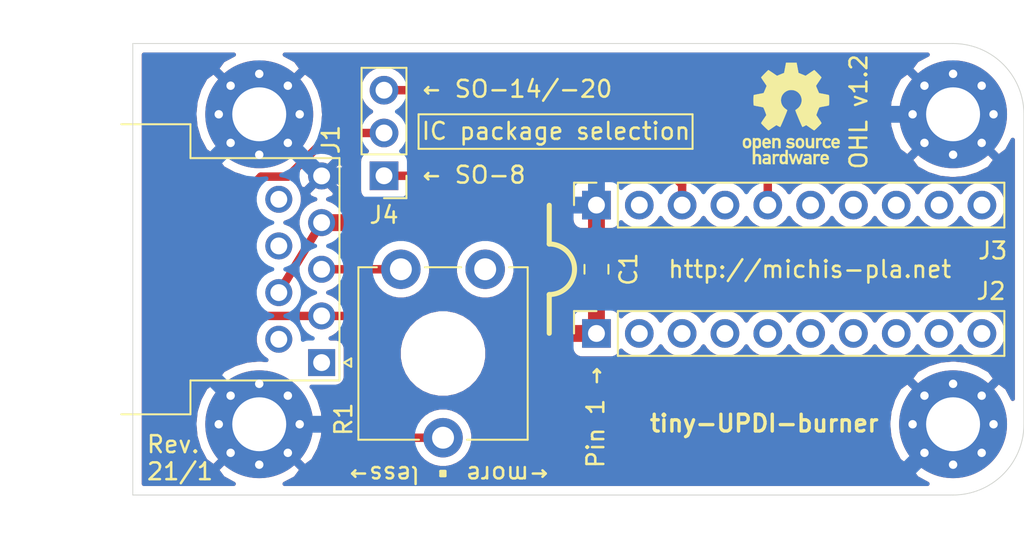
<source format=kicad_pcb>
(kicad_pcb (version 20171130) (host pcbnew "(5.1.9)-1")

  (general
    (thickness 1.6)
    (drawings 22)
    (tracks 48)
    (zones 0)
    (modules 11)
    (nets 28)
  )

  (page A4)
  (title_block
    (title tiny-UPDI-burner)
    (date 2021-04-11)
    (rev 21/1)
    (company "Michael Bemmerl")
    (comment 1 "Open Hardware: CERN OHL v1.2")
  )

  (layers
    (0 F.Cu signal)
    (31 B.Cu signal hide)
    (32 B.Adhes user)
    (33 F.Adhes user)
    (34 B.Paste user hide)
    (35 F.Paste user)
    (36 B.SilkS user hide)
    (37 F.SilkS user)
    (38 B.Mask user)
    (39 F.Mask user)
    (40 Dwgs.User user)
    (41 Cmts.User user)
    (42 Eco1.User user)
    (43 Eco2.User user)
    (44 Edge.Cuts user)
    (45 Margin user)
    (46 B.CrtYd user hide)
    (47 F.CrtYd user)
    (48 B.Fab user)
    (49 F.Fab user hide)
  )

  (setup
    (last_trace_width 0.25)
    (user_trace_width 0.5)
    (user_trace_width 1)
    (trace_clearance 0.2)
    (zone_clearance 0.508)
    (zone_45_only no)
    (trace_min 0.2)
    (via_size 0.8)
    (via_drill 0.4)
    (via_min_size 0.4)
    (via_min_drill 0.3)
    (uvia_size 0.3)
    (uvia_drill 0.1)
    (uvias_allowed no)
    (uvia_min_size 0.2)
    (uvia_min_drill 0.1)
    (edge_width 0.05)
    (segment_width 0.2)
    (pcb_text_width 0.3)
    (pcb_text_size 1.5 1.5)
    (mod_edge_width 0.12)
    (mod_text_size 1 1)
    (mod_text_width 0.15)
    (pad_size 1.524 1.524)
    (pad_drill 0.762)
    (pad_to_mask_clearance 0)
    (aux_axis_origin 0 0)
    (visible_elements 7FFFFFFF)
    (pcbplotparams
      (layerselection 0x010fc_ffffffff)
      (usegerberextensions false)
      (usegerberattributes true)
      (usegerberadvancedattributes true)
      (creategerberjobfile true)
      (excludeedgelayer true)
      (linewidth 0.100000)
      (plotframeref false)
      (viasonmask false)
      (mode 1)
      (useauxorigin false)
      (hpglpennumber 1)
      (hpglpenspeed 20)
      (hpglpendiameter 15.000000)
      (psnegative false)
      (psa4output false)
      (plotreference true)
      (plotvalue true)
      (plotinvisibletext false)
      (padsonsilk false)
      (subtractmaskfromsilk false)
      (outputformat 1)
      (mirror false)
      (drillshape 1)
      (scaleselection 1)
      (outputdirectory ""))
  )

  (net 0 "")
  (net 1 "Net-(J1-Pad9)")
  (net 2 "Net-(J1-Pad8)")
  (net 3 "Net-(J1-Pad6)")
  (net 4 "Net-(J1-Pad1)")
  (net 5 "Net-(J2-Pad10)")
  (net 6 "Net-(J2-Pad9)")
  (net 7 "Net-(J2-Pad8)")
  (net 8 "Net-(J2-Pad7)")
  (net 9 "Net-(J2-Pad6)")
  (net 10 "Net-(J2-Pad5)")
  (net 11 "Net-(J2-Pad4)")
  (net 12 "Net-(J2-Pad3)")
  (net 13 "Net-(J2-Pad2)")
  (net 14 "Net-(J3-Pad10)")
  (net 15 "Net-(J3-Pad9)")
  (net 16 "Net-(J3-Pad8)")
  (net 17 "Net-(J3-Pad7)")
  (net 18 "Net-(J3-Pad6)")
  (net 19 "Net-(J3-Pad4)")
  (net 20 "Net-(J3-Pad2)")
  (net 21 "Net-(R1-Pad3)")
  (net 22 GND)
  (net 23 VCC)
  (net 24 /TxD)
  (net 25 /RxD)
  (net 26 /UPDI_14-20)
  (net 27 /UPDI_8)

  (net_class Default "This is the default net class."
    (clearance 0.2)
    (trace_width 0.25)
    (via_dia 0.8)
    (via_drill 0.4)
    (uvia_dia 0.3)
    (uvia_drill 0.1)
    (add_net /RxD)
    (add_net /TxD)
    (add_net /UPDI_14-20)
    (add_net /UPDI_8)
    (add_net GND)
    (add_net "Net-(J1-Pad1)")
    (add_net "Net-(J1-Pad6)")
    (add_net "Net-(J1-Pad8)")
    (add_net "Net-(J1-Pad9)")
    (add_net "Net-(J2-Pad10)")
    (add_net "Net-(J2-Pad2)")
    (add_net "Net-(J2-Pad3)")
    (add_net "Net-(J2-Pad4)")
    (add_net "Net-(J2-Pad5)")
    (add_net "Net-(J2-Pad6)")
    (add_net "Net-(J2-Pad7)")
    (add_net "Net-(J2-Pad8)")
    (add_net "Net-(J2-Pad9)")
    (add_net "Net-(J3-Pad10)")
    (add_net "Net-(J3-Pad2)")
    (add_net "Net-(J3-Pad4)")
    (add_net "Net-(J3-Pad6)")
    (add_net "Net-(J3-Pad7)")
    (add_net "Net-(J3-Pad8)")
    (add_net "Net-(J3-Pad9)")
    (add_net "Net-(R1-Pad3)")
    (add_net VCC)
  )

  (module Connector_Dsub:DSUB-9_Female_Horizontal_P2.77x2.54mm_EdgePinOffset9.40mm locked (layer F.Cu) (tedit 59FEDEE2) (tstamp 60681B7F)
    (at 111.2 105.54 270)
    (descr "9-pin D-Sub connector, horizontal/angled (90 deg), THT-mount, female, pitch 2.77x2.54mm, pin-PCB-offset 9.4mm, see http://docs-europe.electrocomponents.com/webdocs/1585/0900766b81585df2.pdf")
    (tags "9-pin D-Sub connector horizontal angled 90deg THT female pitch 2.77x2.54mm pin-PCB-offset 9.4mm")
    (path /6066B6B8)
    (fp_text reference J1 (at -13.24 -0.55 90) (layer F.SilkS)
      (effects (font (size 1 1) (thickness 0.15)))
    )
    (fp_text value DB9_Female (at -5.54 20.01 90) (layer F.Fab)
      (effects (font (size 1 1) (thickness 0.15)))
    )
    (fp_line (start 3.15 19.05) (end -14.2 19.05) (layer F.CrtYd) (width 0.05))
    (fp_line (start 3.15 12.85) (end 3.15 19.05) (layer F.CrtYd) (width 0.05))
    (fp_line (start 10.4 12.85) (end 3.15 12.85) (layer F.CrtYd) (width 0.05))
    (fp_line (start 10.4 11.45) (end 10.4 12.85) (layer F.CrtYd) (width 0.05))
    (fp_line (start 3.55 11.45) (end 10.4 11.45) (layer F.CrtYd) (width 0.05))
    (fp_line (start 3.55 7.35) (end 3.55 11.45) (layer F.CrtYd) (width 0.05))
    (fp_line (start 1.3 7.35) (end 3.55 7.35) (layer F.CrtYd) (width 0.05))
    (fp_line (start 1.3 -1.35) (end 1.3 7.35) (layer F.CrtYd) (width 0.05))
    (fp_line (start -12.4 -1.35) (end 1.3 -1.35) (layer F.CrtYd) (width 0.05))
    (fp_line (start -12.4 7.35) (end -12.4 -1.35) (layer F.CrtYd) (width 0.05))
    (fp_line (start -14.6 7.35) (end -12.4 7.35) (layer F.CrtYd) (width 0.05))
    (fp_line (start -14.6 11.45) (end -14.6 7.35) (layer F.CrtYd) (width 0.05))
    (fp_line (start -21.5 11.45) (end -14.6 11.45) (layer F.CrtYd) (width 0.05))
    (fp_line (start -21.5 12.85) (end -21.5 11.45) (layer F.CrtYd) (width 0.05))
    (fp_line (start -14.2 12.85) (end -21.5 12.85) (layer F.CrtYd) (width 0.05))
    (fp_line (start -14.2 19.05) (end -14.2 12.85) (layer F.CrtYd) (width 0.05))
    (fp_line (start 0 -1.321325) (end -0.25 -1.754338) (layer F.SilkS) (width 0.12))
    (fp_line (start 0.25 -1.754338) (end 0 -1.321325) (layer F.SilkS) (width 0.12))
    (fp_line (start -0.25 -1.754338) (end 0.25 -1.754338) (layer F.SilkS) (width 0.12))
    (fp_line (start 3.07 7.78) (end 3.07 11.88) (layer F.SilkS) (width 0.12))
    (fp_line (start 1.06 7.78) (end 3.07 7.78) (layer F.SilkS) (width 0.12))
    (fp_line (start 1.06 -1.06) (end 1.06 7.78) (layer F.SilkS) (width 0.12))
    (fp_line (start -12.14 -1.06) (end 1.06 -1.06) (layer F.SilkS) (width 0.12))
    (fp_line (start -12.14 7.78) (end -12.14 -1.06) (layer F.SilkS) (width 0.12))
    (fp_line (start -14.15 7.78) (end -12.14 7.78) (layer F.SilkS) (width 0.12))
    (fp_line (start -14.15 11.88) (end -14.15 7.78) (layer F.SilkS) (width 0.12))
    (fp_line (start 2.61 12.34) (end -13.69 12.34) (layer F.Fab) (width 0.1))
    (fp_line (start 2.61 18.51) (end 2.61 12.34) (layer F.Fab) (width 0.1))
    (fp_line (start -13.69 18.51) (end 2.61 18.51) (layer F.Fab) (width 0.1))
    (fp_line (start -13.69 12.34) (end -13.69 18.51) (layer F.Fab) (width 0.1))
    (fp_line (start 9.885 11.94) (end -20.965 11.94) (layer F.Fab) (width 0.1))
    (fp_line (start 9.885 12.34) (end 9.885 11.94) (layer F.Fab) (width 0.1))
    (fp_line (start -20.965 12.34) (end 9.885 12.34) (layer F.Fab) (width 0.1))
    (fp_line (start -20.965 11.94) (end -20.965 12.34) (layer F.Fab) (width 0.1))
    (fp_line (start 3.01 7.84) (end -14.09 7.84) (layer F.Fab) (width 0.1))
    (fp_line (start 3.01 11.94) (end 3.01 7.84) (layer F.Fab) (width 0.1))
    (fp_line (start -14.09 11.94) (end 3.01 11.94) (layer F.Fab) (width 0.1))
    (fp_line (start -14.09 7.84) (end -14.09 11.94) (layer F.Fab) (width 0.1))
    (fp_line (start -9.595 2.54) (end -9.595 7.84) (layer F.Fab) (width 0.1))
    (fp_line (start -9.695 2.54) (end -9.695 7.84) (layer F.Fab) (width 0.1))
    (fp_line (start -9.795 2.54) (end -9.795 7.84) (layer F.Fab) (width 0.1))
    (fp_line (start -6.825 2.54) (end -6.825 7.84) (layer F.Fab) (width 0.1))
    (fp_line (start -6.925 2.54) (end -6.925 7.84) (layer F.Fab) (width 0.1))
    (fp_line (start -7.025 2.54) (end -7.025 7.84) (layer F.Fab) (width 0.1))
    (fp_line (start -4.055 2.54) (end -4.055 7.84) (layer F.Fab) (width 0.1))
    (fp_line (start -4.155 2.54) (end -4.155 7.84) (layer F.Fab) (width 0.1))
    (fp_line (start -4.255 2.54) (end -4.255 7.84) (layer F.Fab) (width 0.1))
    (fp_line (start -1.285 2.54) (end -1.285 7.84) (layer F.Fab) (width 0.1))
    (fp_line (start -1.385 2.54) (end -1.385 7.84) (layer F.Fab) (width 0.1))
    (fp_line (start -1.485 2.54) (end -1.485 7.84) (layer F.Fab) (width 0.1))
    (fp_line (start -10.98 0) (end -10.98 7.84) (layer F.Fab) (width 0.1))
    (fp_line (start -11.08 0) (end -11.08 7.84) (layer F.Fab) (width 0.1))
    (fp_line (start -11.18 0) (end -11.18 7.84) (layer F.Fab) (width 0.1))
    (fp_line (start -8.21 0) (end -8.21 7.84) (layer F.Fab) (width 0.1))
    (fp_line (start -8.31 0) (end -8.31 7.84) (layer F.Fab) (width 0.1))
    (fp_line (start -8.41 0) (end -8.41 7.84) (layer F.Fab) (width 0.1))
    (fp_line (start -5.44 0) (end -5.44 7.84) (layer F.Fab) (width 0.1))
    (fp_line (start -5.54 0) (end -5.54 7.84) (layer F.Fab) (width 0.1))
    (fp_line (start -5.64 0) (end -5.64 7.84) (layer F.Fab) (width 0.1))
    (fp_line (start -2.67 0) (end -2.67 7.84) (layer F.Fab) (width 0.1))
    (fp_line (start -2.77 0) (end -2.77 7.84) (layer F.Fab) (width 0.1))
    (fp_line (start -2.87 0) (end -2.87 7.84) (layer F.Fab) (width 0.1))
    (fp_line (start 0.1 0) (end 0.1 7.84) (layer F.Fab) (width 0.1))
    (fp_line (start 0 0) (end 0 7.84) (layer F.Fab) (width 0.1))
    (fp_line (start -0.1 0) (end -0.1 7.84) (layer F.Fab) (width 0.1))
    (fp_text user %R (at -5.54 15.425 90) (layer F.Fab)
      (effects (font (size 1 1) (thickness 0.15)))
    )
    (pad 9 thru_hole circle (at -9.695 2.54 270) (size 1.6 1.6) (drill 1) (layers *.Cu *.Mask)
      (net 1 "Net-(J1-Pad9)"))
    (pad 8 thru_hole circle (at -6.925 2.54 270) (size 1.6 1.6) (drill 1) (layers *.Cu *.Mask)
      (net 2 "Net-(J1-Pad8)"))
    (pad 7 thru_hole circle (at -4.155 2.54 270) (size 1.6 1.6) (drill 1) (layers *.Cu *.Mask)
      (net 23 VCC))
    (pad 6 thru_hole circle (at -1.385 2.54 270) (size 1.6 1.6) (drill 1) (layers *.Cu *.Mask)
      (net 3 "Net-(J1-Pad6)"))
    (pad 5 thru_hole circle (at -11.08 0 270) (size 1.6 1.6) (drill 1) (layers *.Cu *.Mask)
      (net 22 GND))
    (pad 4 thru_hole circle (at -8.31 0 270) (size 1.6 1.6) (drill 1) (layers *.Cu *.Mask)
      (net 23 VCC))
    (pad 3 thru_hole circle (at -5.54 0 270) (size 1.6 1.6) (drill 1) (layers *.Cu *.Mask)
      (net 24 /TxD))
    (pad 2 thru_hole circle (at -2.77 0 270) (size 1.6 1.6) (drill 1) (layers *.Cu *.Mask)
      (net 25 /RxD))
    (pad 1 thru_hole rect (at 0 0 270) (size 1.6 1.6) (drill 1) (layers *.Cu *.Mask)
      (net 4 "Net-(J1-Pad1)"))
    (model ${KISYS3DMOD}/Connector_Dsub.3dshapes/DSUB-9_Female_Horizontal_P2.77x2.54mm_EdgePinOffset9.40mm.wrl
      (at (xyz 0 0 0))
      (scale (xyz 1 1 1))
      (rotate (xyz 0 0 0))
    )
  )

  (module Potentiometer_THT:Potentiometer_ACP_CA9-V10_Vertical_Hole (layer F.Cu) (tedit 5A3D4994) (tstamp 606E2F50)
    (at 115.9 100 270)
    (descr "Potentiometer, vertical, shaft hole, ACP CA9-V10, http://www.acptechnologies.com/wp-content/uploads/2017/05/02-ACP-CA9-CE9.pdf")
    (tags "Potentiometer vertical hole ACP CA9-V10")
    (path /60668454)
    (fp_text reference R1 (at 8.9 3.4 90) (layer F.SilkS)
      (effects (font (size 1 1) (thickness 0.15)))
    )
    (fp_text value 10k (at 5 3.65 90) (layer F.Fab)
      (effects (font (size 1 1) (thickness 0.15)))
    )
    (fp_line (start 11.45 -7.65) (end -1.45 -7.65) (layer F.CrtYd) (width 0.05))
    (fp_line (start 11.45 2.7) (end 11.45 -7.65) (layer F.CrtYd) (width 0.05))
    (fp_line (start -1.45 2.7) (end 11.45 2.7) (layer F.CrtYd) (width 0.05))
    (fp_line (start -1.45 -7.65) (end -1.45 2.7) (layer F.CrtYd) (width 0.05))
    (fp_line (start 10.12 -1.075) (end 10.12 2.52) (layer F.SilkS) (width 0.12))
    (fp_line (start 10.12 -7.521) (end 10.12 -3.925) (layer F.SilkS) (width 0.12))
    (fp_line (start -0.12 1.425) (end -0.12 2.52) (layer F.SilkS) (width 0.12))
    (fp_line (start -0.12 -3.574) (end -0.12 -1.425) (layer F.SilkS) (width 0.12))
    (fp_line (start -0.12 -7.521) (end -0.12 -6.426) (layer F.SilkS) (width 0.12))
    (fp_line (start -0.12 2.52) (end 10.12 2.52) (layer F.SilkS) (width 0.12))
    (fp_line (start -0.12 -7.521) (end 10.12 -7.521) (layer F.SilkS) (width 0.12))
    (fp_line (start 10 -7.4) (end 0 -7.4) (layer F.Fab) (width 0.1))
    (fp_line (start 10 2.4) (end 10 -7.4) (layer F.Fab) (width 0.1))
    (fp_line (start 0 2.4) (end 10 2.4) (layer F.Fab) (width 0.1))
    (fp_line (start 0 -7.4) (end 0 2.4) (layer F.Fab) (width 0.1))
    (fp_text user %R (at 1 -2.5) (layer F.Fab)
      (effects (font (size 1 1) (thickness 0.15)))
    )
    (pad "" np_thru_hole circle (at 5 -2.5 270) (size 4 4) (drill 4) (layers *.Cu *.Mask))
    (pad 1 thru_hole circle (at 0 0 270) (size 2.34 2.34) (drill 1.3) (layers *.Cu *.Mask)
      (net 24 /TxD))
    (pad 2 thru_hole circle (at 10 -2.5 270) (size 2.34 2.34) (drill 1.3) (layers *.Cu *.Mask)
      (net 25 /RxD))
    (pad 3 thru_hole circle (at 0 -5 270) (size 2.34 2.34) (drill 1.3) (layers *.Cu *.Mask)
      (net 21 "Net-(R1-Pad3)"))
    (model ${KISYS3DMOD}/Potentiometer_THT.3dshapes/Potentiometer_ACP_CA9-V10_Vertical_Hole.wrl
      (at (xyz 0 0 0))
      (scale (xyz 1 1 1))
      (rotate (xyz 0 0 0))
    )
  )

  (module Symbol:OSHW-Logo_5.7x6mm_SilkScreen (layer F.Cu) (tedit 0) (tstamp 607371AE)
    (at 139.05 90.75)
    (descr "Open Source Hardware Logo")
    (tags "Logo OSHW")
    (attr virtual)
    (fp_text reference REF** (at 0 0) (layer F.SilkS) hide
      (effects (font (size 1 1) (thickness 0.15)))
    )
    (fp_text value OSHW-Logo_5.7x6mm_SilkScreen (at 0.75 0) (layer F.Fab) hide
      (effects (font (size 1 1) (thickness 0.15)))
    )
    (fp_poly (pts (xy -1.908759 1.469184) (xy -1.882247 1.482282) (xy -1.849553 1.505106) (xy -1.825725 1.529996)
      (xy -1.809406 1.561249) (xy -1.79924 1.603166) (xy -1.793872 1.660044) (xy -1.791944 1.736184)
      (xy -1.791831 1.768917) (xy -1.792161 1.840656) (xy -1.793527 1.891927) (xy -1.7965 1.927404)
      (xy -1.801649 1.951763) (xy -1.809543 1.96968) (xy -1.817757 1.981902) (xy -1.870187 2.033905)
      (xy -1.93193 2.065184) (xy -1.998536 2.074592) (xy -2.065558 2.06098) (xy -2.086792 2.051354)
      (xy -2.137624 2.024859) (xy -2.137624 2.440052) (xy -2.100525 2.420868) (xy -2.051643 2.406025)
      (xy -1.991561 2.402222) (xy -1.931564 2.409243) (xy -1.886256 2.425013) (xy -1.848675 2.455047)
      (xy -1.816564 2.498024) (xy -1.81415 2.502436) (xy -1.803967 2.523221) (xy -1.79653 2.54417)
      (xy -1.791411 2.569548) (xy -1.788181 2.603618) (xy -1.786413 2.650641) (xy -1.785677 2.714882)
      (xy -1.785544 2.787176) (xy -1.785544 3.017822) (xy -1.923861 3.017822) (xy -1.923861 2.592533)
      (xy -1.962549 2.559979) (xy -2.002738 2.53394) (xy -2.040797 2.529205) (xy -2.079066 2.541389)
      (xy -2.099462 2.55332) (xy -2.114642 2.570313) (xy -2.125438 2.595995) (xy -2.132683 2.633991)
      (xy -2.137208 2.687926) (xy -2.139844 2.761425) (xy -2.140772 2.810347) (xy -2.143911 3.011535)
      (xy -2.209926 3.015336) (xy -2.27594 3.019136) (xy -2.27594 1.77065) (xy -2.137624 1.77065)
      (xy -2.134097 1.840254) (xy -2.122215 1.888569) (xy -2.10002 1.918631) (xy -2.065559 1.933471)
      (xy -2.030742 1.936436) (xy -1.991329 1.933028) (xy -1.965171 1.919617) (xy -1.948814 1.901896)
      (xy -1.935937 1.882835) (xy -1.928272 1.861601) (xy -1.924861 1.831849) (xy -1.924749 1.787236)
      (xy -1.925897 1.74988) (xy -1.928532 1.693604) (xy -1.932456 1.656658) (xy -1.939063 1.633223)
      (xy -1.949749 1.61748) (xy -1.959833 1.60838) (xy -2.00197 1.588537) (xy -2.05184 1.585332)
      (xy -2.080476 1.592168) (xy -2.108828 1.616464) (xy -2.127609 1.663728) (xy -2.136712 1.733624)
      (xy -2.137624 1.77065) (xy -2.27594 1.77065) (xy -2.27594 1.458614) (xy -2.206782 1.458614)
      (xy -2.16526 1.460256) (xy -2.143838 1.466087) (xy -2.137626 1.477461) (xy -2.137624 1.477798)
      (xy -2.134742 1.488938) (xy -2.12203 1.487673) (xy -2.096757 1.475433) (xy -2.037869 1.456707)
      (xy -1.971615 1.454739) (xy -1.908759 1.469184)) (layer F.SilkS) (width 0.01))
    (fp_poly (pts (xy -1.38421 2.406555) (xy -1.325055 2.422339) (xy -1.280023 2.450948) (xy -1.248246 2.488419)
      (xy -1.238366 2.504411) (xy -1.231073 2.521163) (xy -1.225974 2.542592) (xy -1.222679 2.572616)
      (xy -1.220797 2.615154) (xy -1.219937 2.674122) (xy -1.219707 2.75344) (xy -1.219703 2.774484)
      (xy -1.219703 3.017822) (xy -1.280059 3.017822) (xy -1.318557 3.015126) (xy -1.347023 3.008295)
      (xy -1.354155 3.004083) (xy -1.373652 2.996813) (xy -1.393566 3.004083) (xy -1.426353 3.01316)
      (xy -1.473978 3.016813) (xy -1.526764 3.015228) (xy -1.575036 3.008589) (xy -1.603218 3.000072)
      (xy -1.657753 2.965063) (xy -1.691835 2.916479) (xy -1.707157 2.851882) (xy -1.707299 2.850223)
      (xy -1.705955 2.821566) (xy -1.584356 2.821566) (xy -1.573726 2.854161) (xy -1.55641 2.872505)
      (xy -1.521652 2.886379) (xy -1.475773 2.891917) (xy -1.428988 2.889191) (xy -1.391514 2.878274)
      (xy -1.381015 2.871269) (xy -1.362668 2.838904) (xy -1.35802 2.802111) (xy -1.35802 2.753763)
      (xy -1.427582 2.753763) (xy -1.493667 2.75885) (xy -1.543764 2.773263) (xy -1.574929 2.795729)
      (xy -1.584356 2.821566) (xy -1.705955 2.821566) (xy -1.703987 2.779647) (xy -1.68071 2.723845)
      (xy -1.636948 2.681647) (xy -1.630899 2.677808) (xy -1.604907 2.665309) (xy -1.572735 2.65774)
      (xy -1.52776 2.654061) (xy -1.474331 2.653216) (xy -1.35802 2.653169) (xy -1.35802 2.604411)
      (xy -1.362953 2.566581) (xy -1.375543 2.541236) (xy -1.377017 2.539887) (xy -1.405034 2.5288)
      (xy -1.447326 2.524503) (xy -1.494064 2.526615) (xy -1.535418 2.534756) (xy -1.559957 2.546965)
      (xy -1.573253 2.556746) (xy -1.587294 2.558613) (xy -1.606671 2.5506) (xy -1.635976 2.530739)
      (xy -1.679803 2.497063) (xy -1.683825 2.493909) (xy -1.681764 2.482236) (xy -1.664568 2.462822)
      (xy -1.638433 2.441248) (xy -1.609552 2.423096) (xy -1.600478 2.418809) (xy -1.56738 2.410256)
      (xy -1.51888 2.404155) (xy -1.464695 2.401708) (xy -1.462161 2.401703) (xy -1.38421 2.406555)) (layer F.SilkS) (width 0.01))
    (fp_poly (pts (xy -0.993356 2.40302) (xy -0.974539 2.40866) (xy -0.968473 2.421053) (xy -0.968218 2.426647)
      (xy -0.967129 2.44223) (xy -0.959632 2.444676) (xy -0.939381 2.433993) (xy -0.927351 2.426694)
      (xy -0.8894 2.411063) (xy -0.844072 2.403334) (xy -0.796544 2.40274) (xy -0.751995 2.408513)
      (xy -0.715602 2.419884) (xy -0.692543 2.436088) (xy -0.687996 2.456355) (xy -0.690291 2.461843)
      (xy -0.70702 2.484626) (xy -0.732963 2.512647) (xy -0.737655 2.517177) (xy -0.762383 2.538005)
      (xy -0.783718 2.544735) (xy -0.813555 2.540038) (xy -0.825508 2.536917) (xy -0.862705 2.529421)
      (xy -0.888859 2.532792) (xy -0.910946 2.544681) (xy -0.931178 2.560635) (xy -0.946079 2.5807)
      (xy -0.956434 2.608702) (xy -0.963029 2.648467) (xy -0.966649 2.703823) (xy -0.968078 2.778594)
      (xy -0.968218 2.82374) (xy -0.968218 3.017822) (xy -1.09396 3.017822) (xy -1.09396 2.401683)
      (xy -1.031089 2.401683) (xy -0.993356 2.40302)) (layer F.SilkS) (width 0.01))
    (fp_poly (pts (xy -0.201188 3.017822) (xy -0.270346 3.017822) (xy -0.310488 3.016645) (xy -0.331394 3.011772)
      (xy -0.338922 3.001186) (xy -0.339505 2.994029) (xy -0.340774 2.979676) (xy -0.348779 2.976923)
      (xy -0.369815 2.985771) (xy -0.386173 2.994029) (xy -0.448977 3.013597) (xy -0.517248 3.014729)
      (xy -0.572752 3.000135) (xy -0.624438 2.964877) (xy -0.663838 2.912835) (xy -0.685413 2.85145)
      (xy -0.685962 2.848018) (xy -0.689167 2.810571) (xy -0.690761 2.756813) (xy -0.690633 2.716155)
      (xy -0.553279 2.716155) (xy -0.550097 2.770194) (xy -0.542859 2.814735) (xy -0.53306 2.839888)
      (xy -0.495989 2.87426) (xy -0.451974 2.886582) (xy -0.406584 2.876618) (xy -0.367797 2.846895)
      (xy -0.353108 2.826905) (xy -0.344519 2.80305) (xy -0.340496 2.76823) (xy -0.339505 2.71593)
      (xy -0.341278 2.664139) (xy -0.345963 2.618634) (xy -0.352603 2.588181) (xy -0.35371 2.585452)
      (xy -0.380491 2.553) (xy -0.419579 2.535183) (xy -0.463315 2.532306) (xy -0.504038 2.544674)
      (xy -0.534087 2.572593) (xy -0.537204 2.578148) (xy -0.546961 2.612022) (xy -0.552277 2.660728)
      (xy -0.553279 2.716155) (xy -0.690633 2.716155) (xy -0.690568 2.69554) (xy -0.689664 2.662563)
      (xy -0.683514 2.580981) (xy -0.670733 2.51973) (xy -0.649471 2.474449) (xy -0.617878 2.440779)
      (xy -0.587207 2.421014) (xy -0.544354 2.40712) (xy -0.491056 2.402354) (xy -0.43648 2.406236)
      (xy -0.389792 2.418282) (xy -0.365124 2.432693) (xy -0.339505 2.455878) (xy -0.339505 2.162773)
      (xy -0.201188 2.162773) (xy -0.201188 3.017822)) (layer F.SilkS) (width 0.01))
    (fp_poly (pts (xy 0.281524 2.404237) (xy 0.331255 2.407971) (xy 0.461291 2.797773) (xy 0.481678 2.728614)
      (xy 0.493946 2.685874) (xy 0.510085 2.628115) (xy 0.527512 2.564625) (xy 0.536726 2.53057)
      (xy 0.571388 2.401683) (xy 0.714391 2.401683) (xy 0.671646 2.536857) (xy 0.650596 2.603342)
      (xy 0.625167 2.683539) (xy 0.59861 2.767193) (xy 0.574902 2.841782) (xy 0.520902 3.011535)
      (xy 0.462598 3.015328) (xy 0.404295 3.019122) (xy 0.372679 2.914734) (xy 0.353182 2.849889)
      (xy 0.331904 2.7784) (xy 0.313308 2.715263) (xy 0.312574 2.71275) (xy 0.298684 2.669969)
      (xy 0.286429 2.640779) (xy 0.277846 2.629741) (xy 0.276082 2.631018) (xy 0.269891 2.64813)
      (xy 0.258128 2.684787) (xy 0.242225 2.736378) (xy 0.223614 2.798294) (xy 0.213543 2.832352)
      (xy 0.159007 3.017822) (xy 0.043264 3.017822) (xy -0.049263 2.725471) (xy -0.075256 2.643462)
      (xy -0.098934 2.568987) (xy -0.11918 2.505544) (xy -0.134874 2.456632) (xy -0.144898 2.425749)
      (xy -0.147945 2.416726) (xy -0.145533 2.407487) (xy -0.126592 2.403441) (xy -0.087177 2.403846)
      (xy -0.081007 2.404152) (xy -0.007914 2.407971) (xy 0.039957 2.58401) (xy 0.057553 2.648211)
      (xy 0.073277 2.704649) (xy 0.085746 2.748422) (xy 0.093574 2.77463) (xy 0.09502 2.778903)
      (xy 0.101014 2.77399) (xy 0.113101 2.748532) (xy 0.129893 2.705997) (xy 0.150003 2.64985)
      (xy 0.167003 2.59913) (xy 0.231794 2.400504) (xy 0.281524 2.404237)) (layer F.SilkS) (width 0.01))
    (fp_poly (pts (xy 1.038411 2.405417) (xy 1.091411 2.41829) (xy 1.106731 2.42511) (xy 1.136428 2.442974)
      (xy 1.15922 2.463093) (xy 1.176083 2.488962) (xy 1.187998 2.524073) (xy 1.195942 2.57192)
      (xy 1.200894 2.635996) (xy 1.203831 2.719794) (xy 1.204947 2.775768) (xy 1.209052 3.017822)
      (xy 1.138932 3.017822) (xy 1.096393 3.016038) (xy 1.074476 3.009942) (xy 1.068812 2.999706)
      (xy 1.065821 2.988637) (xy 1.052451 2.990754) (xy 1.034233 2.999629) (xy 0.988624 3.013233)
      (xy 0.930007 3.016899) (xy 0.868354 3.010903) (xy 0.813638 2.995521) (xy 0.80873 2.993386)
      (xy 0.758723 2.958255) (xy 0.725756 2.909419) (xy 0.710587 2.852333) (xy 0.711746 2.831824)
      (xy 0.835508 2.831824) (xy 0.846413 2.859425) (xy 0.878745 2.879204) (xy 0.93091 2.889819)
      (xy 0.958787 2.891228) (xy 1.005247 2.88762) (xy 1.036129 2.873597) (xy 1.043664 2.866931)
      (xy 1.064076 2.830666) (xy 1.068812 2.797773) (xy 1.068812 2.753763) (xy 1.007513 2.753763)
      (xy 0.936256 2.757395) (xy 0.886276 2.768818) (xy 0.854696 2.788824) (xy 0.847626 2.797743)
      (xy 0.835508 2.831824) (xy 0.711746 2.831824) (xy 0.713971 2.792456) (xy 0.736663 2.735244)
      (xy 0.767624 2.69658) (xy 0.786376 2.679864) (xy 0.804733 2.668878) (xy 0.828619 2.66218)
      (xy 0.863957 2.658326) (xy 0.916669 2.655873) (xy 0.937577 2.655168) (xy 1.068812 2.650879)
      (xy 1.06862 2.611158) (xy 1.063537 2.569405) (xy 1.045162 2.544158) (xy 1.008039 2.52803)
      (xy 1.007043 2.527742) (xy 0.95441 2.5214) (xy 0.902906 2.529684) (xy 0.86463 2.549827)
      (xy 0.849272 2.559773) (xy 0.83273 2.558397) (xy 0.807275 2.543987) (xy 0.792328 2.533817)
      (xy 0.763091 2.512088) (xy 0.74498 2.4958) (xy 0.742074 2.491137) (xy 0.75404 2.467005)
      (xy 0.789396 2.438185) (xy 0.804753 2.428461) (xy 0.848901 2.411714) (xy 0.908398 2.402227)
      (xy 0.974487 2.400095) (xy 1.038411 2.405417)) (layer F.SilkS) (width 0.01))
    (fp_poly (pts (xy 1.635255 2.401486) (xy 1.683595 2.411015) (xy 1.711114 2.425125) (xy 1.740064 2.448568)
      (xy 1.698876 2.500571) (xy 1.673482 2.532064) (xy 1.656238 2.547428) (xy 1.639102 2.549776)
      (xy 1.614027 2.542217) (xy 1.602257 2.537941) (xy 1.55427 2.531631) (xy 1.510324 2.545156)
      (xy 1.47806 2.57571) (xy 1.472819 2.585452) (xy 1.467112 2.611258) (xy 1.462706 2.658817)
      (xy 1.459811 2.724758) (xy 1.458631 2.80571) (xy 1.458614 2.817226) (xy 1.458614 3.017822)
      (xy 1.320297 3.017822) (xy 1.320297 2.401683) (xy 1.389456 2.401683) (xy 1.429333 2.402725)
      (xy 1.450107 2.407358) (xy 1.457789 2.417849) (xy 1.458614 2.427745) (xy 1.458614 2.453806)
      (xy 1.491745 2.427745) (xy 1.529735 2.409965) (xy 1.58077 2.401174) (xy 1.635255 2.401486)) (layer F.SilkS) (width 0.01))
    (fp_poly (pts (xy 2.032581 2.40497) (xy 2.092685 2.420597) (xy 2.143021 2.452848) (xy 2.167393 2.47694)
      (xy 2.207345 2.533895) (xy 2.230242 2.599965) (xy 2.238108 2.681182) (xy 2.238148 2.687748)
      (xy 2.238218 2.753763) (xy 1.858264 2.753763) (xy 1.866363 2.788342) (xy 1.880987 2.819659)
      (xy 1.906581 2.852291) (xy 1.911935 2.8575) (xy 1.957943 2.885694) (xy 2.01041 2.890475)
      (xy 2.070803 2.871926) (xy 2.08104 2.866931) (xy 2.112439 2.851745) (xy 2.13347 2.843094)
      (xy 2.137139 2.842293) (xy 2.149948 2.850063) (xy 2.174378 2.869072) (xy 2.186779 2.87946)
      (xy 2.212476 2.903321) (xy 2.220915 2.919077) (xy 2.215058 2.933571) (xy 2.211928 2.937534)
      (xy 2.190725 2.954879) (xy 2.155738 2.975959) (xy 2.131337 2.988265) (xy 2.062072 3.009946)
      (xy 1.985388 3.016971) (xy 1.912765 3.008647) (xy 1.892426 3.002686) (xy 1.829476 2.968952)
      (xy 1.782815 2.917045) (xy 1.752173 2.846459) (xy 1.737282 2.756692) (xy 1.735647 2.709753)
      (xy 1.740421 2.641413) (xy 1.86099 2.641413) (xy 1.872652 2.646465) (xy 1.903998 2.650429)
      (xy 1.949571 2.652768) (xy 1.980446 2.653169) (xy 2.035981 2.652783) (xy 2.071033 2.650975)
      (xy 2.090262 2.646773) (xy 2.09833 2.639203) (xy 2.099901 2.628218) (xy 2.089121 2.594381)
      (xy 2.06198 2.56094) (xy 2.026277 2.535272) (xy 1.99056 2.524772) (xy 1.942048 2.534086)
      (xy 1.900053 2.561013) (xy 1.870936 2.599827) (xy 1.86099 2.641413) (xy 1.740421 2.641413)
      (xy 1.742599 2.610236) (xy 1.764055 2.530949) (xy 1.80047 2.471263) (xy 1.852297 2.430549)
      (xy 1.91999 2.408179) (xy 1.956662 2.403871) (xy 2.032581 2.40497)) (layer F.SilkS) (width 0.01))
    (fp_poly (pts (xy -2.538261 1.465148) (xy -2.472479 1.494231) (xy -2.42254 1.542793) (xy -2.388374 1.610908)
      (xy -2.369907 1.698651) (xy -2.368583 1.712351) (xy -2.367546 1.808939) (xy -2.380993 1.893602)
      (xy -2.408108 1.962221) (xy -2.422627 1.984294) (xy -2.473201 2.031011) (xy -2.537609 2.061268)
      (xy -2.609666 2.073824) (xy -2.683185 2.067439) (xy -2.739072 2.047772) (xy -2.787132 2.014629)
      (xy -2.826412 1.971175) (xy -2.827092 1.970158) (xy -2.843044 1.943338) (xy -2.85341 1.916368)
      (xy -2.859688 1.882332) (xy -2.863373 1.83431) (xy -2.864997 1.794931) (xy -2.865672 1.759219)
      (xy -2.739955 1.759219) (xy -2.738726 1.79477) (xy -2.734266 1.842094) (xy -2.726397 1.872465)
      (xy -2.712207 1.894072) (xy -2.698917 1.906694) (xy -2.651802 1.933122) (xy -2.602505 1.936653)
      (xy -2.556593 1.917639) (xy -2.533638 1.896331) (xy -2.517096 1.874859) (xy -2.507421 1.854313)
      (xy -2.503174 1.827574) (xy -2.50292 1.787523) (xy -2.504228 1.750638) (xy -2.507043 1.697947)
      (xy -2.511505 1.663772) (xy -2.519548 1.64148) (xy -2.533103 1.624442) (xy -2.543845 1.614703)
      (xy -2.588777 1.589123) (xy -2.637249 1.587847) (xy -2.677894 1.602999) (xy -2.712567 1.634642)
      (xy -2.733224 1.68662) (xy -2.739955 1.759219) (xy -2.865672 1.759219) (xy -2.866479 1.716621)
      (xy -2.863948 1.658056) (xy -2.856362 1.614007) (xy -2.842681 1.579248) (xy -2.821865 1.548551)
      (xy -2.814147 1.539436) (xy -2.765889 1.494021) (xy -2.714128 1.467493) (xy -2.650828 1.456379)
      (xy -2.619961 1.455471) (xy -2.538261 1.465148)) (layer F.SilkS) (width 0.01))
    (fp_poly (pts (xy -1.356699 1.472614) (xy -1.344168 1.478514) (xy -1.300799 1.510283) (xy -1.25979 1.556646)
      (xy -1.229168 1.607696) (xy -1.220459 1.631166) (xy -1.212512 1.673091) (xy -1.207774 1.723757)
      (xy -1.207199 1.744679) (xy -1.207129 1.810693) (xy -1.587083 1.810693) (xy -1.578983 1.845273)
      (xy -1.559104 1.88617) (xy -1.524347 1.921514) (xy -1.482998 1.944282) (xy -1.456649 1.94901)
      (xy -1.420916 1.943273) (xy -1.378282 1.928882) (xy -1.363799 1.922262) (xy -1.31024 1.895513)
      (xy -1.264533 1.930376) (xy -1.238158 1.953955) (xy -1.224124 1.973417) (xy -1.223414 1.979129)
      (xy -1.235951 1.992973) (xy -1.263428 2.014012) (xy -1.288366 2.030425) (xy -1.355664 2.05993)
      (xy -1.43111 2.073284) (xy -1.505888 2.069812) (xy -1.565495 2.051663) (xy -1.626941 2.012784)
      (xy -1.670608 1.961595) (xy -1.697926 1.895367) (xy -1.710322 1.811371) (xy -1.711421 1.772936)
      (xy -1.707022 1.684861) (xy -1.706482 1.682299) (xy -1.580582 1.682299) (xy -1.577115 1.690558)
      (xy -1.562863 1.695113) (xy -1.53347 1.697065) (xy -1.484575 1.697517) (xy -1.465748 1.697525)
      (xy -1.408467 1.696843) (xy -1.372141 1.694364) (xy -1.352604 1.689443) (xy -1.34569 1.681434)
      (xy -1.345445 1.678862) (xy -1.353336 1.658423) (xy -1.373085 1.629789) (xy -1.381575 1.619763)
      (xy -1.413094 1.591408) (xy -1.445949 1.580259) (xy -1.463651 1.579327) (xy -1.511539 1.590981)
      (xy -1.551699 1.622285) (xy -1.577173 1.667752) (xy -1.577625 1.669233) (xy -1.580582 1.682299)
      (xy -1.706482 1.682299) (xy -1.692392 1.61551) (xy -1.666038 1.560025) (xy -1.633807 1.520639)
      (xy -1.574217 1.477931) (xy -1.504168 1.455109) (xy -1.429661 1.453046) (xy -1.356699 1.472614)) (layer F.SilkS) (width 0.01))
    (fp_poly (pts (xy 0.014017 1.456452) (xy 0.061634 1.465482) (xy 0.111034 1.48437) (xy 0.116312 1.486777)
      (xy 0.153774 1.506476) (xy 0.179717 1.524781) (xy 0.188103 1.536508) (xy 0.180117 1.555632)
      (xy 0.16072 1.58385) (xy 0.15211 1.594384) (xy 0.116628 1.635847) (xy 0.070885 1.608858)
      (xy 0.02735 1.590878) (xy -0.02295 1.581267) (xy -0.071188 1.58066) (xy -0.108533 1.589691)
      (xy -0.117495 1.595327) (xy -0.134563 1.621171) (xy -0.136637 1.650941) (xy -0.123866 1.674197)
      (xy -0.116312 1.678708) (xy -0.093675 1.684309) (xy -0.053885 1.690892) (xy -0.004834 1.697183)
      (xy 0.004215 1.69817) (xy 0.082996 1.711798) (xy 0.140136 1.734946) (xy 0.17803 1.769752)
      (xy 0.199079 1.818354) (xy 0.205635 1.877718) (xy 0.196577 1.945198) (xy 0.167164 1.998188)
      (xy 0.117278 2.036783) (xy 0.0468 2.061081) (xy -0.031435 2.070667) (xy -0.095234 2.070552)
      (xy -0.146984 2.061845) (xy -0.182327 2.049825) (xy -0.226983 2.02888) (xy -0.268253 2.004574)
      (xy -0.282921 1.993876) (xy -0.320643 1.963084) (xy -0.275148 1.917049) (xy -0.229653 1.871013)
      (xy -0.177928 1.905243) (xy -0.126048 1.930952) (xy -0.070649 1.944399) (xy -0.017395 1.945818)
      (xy 0.028049 1.935443) (xy 0.060016 1.913507) (xy 0.070338 1.894998) (xy 0.068789 1.865314)
      (xy 0.04314 1.842615) (xy -0.00654 1.82694) (xy -0.060969 1.819695) (xy -0.144736 1.805873)
      (xy -0.206967 1.779796) (xy -0.248493 1.740699) (xy -0.270147 1.68782) (xy -0.273147 1.625126)
      (xy -0.258329 1.559642) (xy -0.224546 1.510144) (xy -0.171495 1.476408) (xy -0.098874 1.458207)
      (xy -0.045072 1.454639) (xy 0.014017 1.456452)) (layer F.SilkS) (width 0.01))
    (fp_poly (pts (xy 0.610762 1.466055) (xy 0.674363 1.500692) (xy 0.724123 1.555372) (xy 0.747568 1.599842)
      (xy 0.757634 1.639121) (xy 0.764156 1.695116) (xy 0.766951 1.759621) (xy 0.765836 1.824429)
      (xy 0.760626 1.881334) (xy 0.754541 1.911727) (xy 0.734014 1.953306) (xy 0.698463 1.997468)
      (xy 0.655619 2.036087) (xy 0.613211 2.061034) (xy 0.612177 2.06143) (xy 0.559553 2.072331)
      (xy 0.497188 2.072601) (xy 0.437924 2.062676) (xy 0.41504 2.054722) (xy 0.356102 2.0213)
      (xy 0.31389 1.977511) (xy 0.286156 1.919538) (xy 0.270651 1.843565) (xy 0.267143 1.803771)
      (xy 0.26759 1.753766) (xy 0.402376 1.753766) (xy 0.406917 1.826732) (xy 0.419986 1.882334)
      (xy 0.440756 1.917861) (xy 0.455552 1.92802) (xy 0.493464 1.935104) (xy 0.538527 1.933007)
      (xy 0.577487 1.922812) (xy 0.587704 1.917204) (xy 0.614659 1.884538) (xy 0.632451 1.834545)
      (xy 0.640024 1.773705) (xy 0.636325 1.708497) (xy 0.628057 1.669253) (xy 0.60432 1.623805)
      (xy 0.566849 1.595396) (xy 0.52172 1.585573) (xy 0.475011 1.595887) (xy 0.439132 1.621112)
      (xy 0.420277 1.641925) (xy 0.409272 1.662439) (xy 0.404026 1.690203) (xy 0.402449 1.732762)
      (xy 0.402376 1.753766) (xy 0.26759 1.753766) (xy 0.268094 1.69758) (xy 0.285388 1.610501)
      (xy 0.319029 1.54253) (xy 0.369018 1.493664) (xy 0.435356 1.463899) (xy 0.449601 1.460448)
      (xy 0.53521 1.452345) (xy 0.610762 1.466055)) (layer F.SilkS) (width 0.01))
    (fp_poly (pts (xy 0.993367 1.654342) (xy 0.994555 1.746563) (xy 0.998897 1.81661) (xy 1.007558 1.867381)
      (xy 1.021704 1.901772) (xy 1.0425 1.922679) (xy 1.07111 1.933) (xy 1.106535 1.935636)
      (xy 1.143636 1.932682) (xy 1.171818 1.921889) (xy 1.192243 1.90036) (xy 1.206079 1.865199)
      (xy 1.214491 1.81351) (xy 1.218643 1.742394) (xy 1.219703 1.654342) (xy 1.219703 1.458614)
      (xy 1.35802 1.458614) (xy 1.35802 2.062179) (xy 1.288862 2.062179) (xy 1.24717 2.060489)
      (xy 1.225701 2.054556) (xy 1.219703 2.043293) (xy 1.216091 2.033261) (xy 1.201714 2.035383)
      (xy 1.172736 2.04958) (xy 1.106319 2.07148) (xy 1.035875 2.069928) (xy 0.968377 2.046147)
      (xy 0.936233 2.027362) (xy 0.911715 2.007022) (xy 0.893804 1.981573) (xy 0.881479 1.947458)
      (xy 0.873723 1.901121) (xy 0.869516 1.839007) (xy 0.86784 1.757561) (xy 0.867624 1.694578)
      (xy 0.867624 1.458614) (xy 0.993367 1.458614) (xy 0.993367 1.654342)) (layer F.SilkS) (width 0.01))
    (fp_poly (pts (xy 2.217226 1.46388) (xy 2.29008 1.49483) (xy 2.313027 1.509895) (xy 2.342354 1.533048)
      (xy 2.360764 1.551253) (xy 2.363961 1.557183) (xy 2.354935 1.57034) (xy 2.331837 1.592667)
      (xy 2.313344 1.60825) (xy 2.262728 1.648926) (xy 2.22276 1.615295) (xy 2.191874 1.593584)
      (xy 2.161759 1.58609) (xy 2.127292 1.58792) (xy 2.072561 1.601528) (xy 2.034886 1.629772)
      (xy 2.011991 1.675433) (xy 2.001597 1.741289) (xy 2.001595 1.741331) (xy 2.002494 1.814939)
      (xy 2.016463 1.868946) (xy 2.044328 1.905716) (xy 2.063325 1.918168) (xy 2.113776 1.933673)
      (xy 2.167663 1.933683) (xy 2.214546 1.918638) (xy 2.225644 1.911287) (xy 2.253476 1.892511)
      (xy 2.275236 1.889434) (xy 2.298704 1.903409) (xy 2.324649 1.92851) (xy 2.365716 1.97088)
      (xy 2.320121 2.008464) (xy 2.249674 2.050882) (xy 2.170233 2.071785) (xy 2.087215 2.070272)
      (xy 2.032694 2.056411) (xy 1.96897 2.022135) (xy 1.918005 1.968212) (xy 1.894851 1.930149)
      (xy 1.876099 1.875536) (xy 1.866715 1.806369) (xy 1.866643 1.731407) (xy 1.875824 1.659409)
      (xy 1.894199 1.599137) (xy 1.897093 1.592958) (xy 1.939952 1.532351) (xy 1.997979 1.488224)
      (xy 2.066591 1.461493) (xy 2.141201 1.453073) (xy 2.217226 1.46388)) (layer F.SilkS) (width 0.01))
    (fp_poly (pts (xy 2.677898 1.456457) (xy 2.710096 1.464279) (xy 2.771825 1.492921) (xy 2.82461 1.536667)
      (xy 2.861141 1.589117) (xy 2.86616 1.600893) (xy 2.873045 1.63174) (xy 2.877864 1.677371)
      (xy 2.879505 1.723492) (xy 2.879505 1.810693) (xy 2.697178 1.810693) (xy 2.621979 1.810978)
      (xy 2.569003 1.812704) (xy 2.535325 1.817181) (xy 2.51802 1.82572) (xy 2.514163 1.83963)
      (xy 2.520829 1.860222) (xy 2.53277 1.884315) (xy 2.56608 1.924525) (xy 2.612368 1.944558)
      (xy 2.668944 1.943905) (xy 2.733031 1.922101) (xy 2.788417 1.895193) (xy 2.834375 1.931532)
      (xy 2.880333 1.967872) (xy 2.837096 2.007819) (xy 2.779374 2.045563) (xy 2.708386 2.06832)
      (xy 2.632029 2.074688) (xy 2.558199 2.063268) (xy 2.546287 2.059393) (xy 2.481399 2.025506)
      (xy 2.43313 1.974986) (xy 2.400465 1.906325) (xy 2.382385 1.818014) (xy 2.382175 1.816121)
      (xy 2.380556 1.719878) (xy 2.3871 1.685542) (xy 2.514852 1.685542) (xy 2.526584 1.690822)
      (xy 2.558438 1.694867) (xy 2.605397 1.697176) (xy 2.635154 1.697525) (xy 2.690648 1.697306)
      (xy 2.725346 1.695916) (xy 2.743601 1.692251) (xy 2.749766 1.68521) (xy 2.748195 1.67369)
      (xy 2.746878 1.669233) (xy 2.724382 1.627355) (xy 2.689003 1.593604) (xy 2.65778 1.578773)
      (xy 2.616301 1.579668) (xy 2.574269 1.598164) (xy 2.539012 1.628786) (xy 2.517854 1.666062)
      (xy 2.514852 1.685542) (xy 2.3871 1.685542) (xy 2.39669 1.635229) (xy 2.428698 1.564191)
      (xy 2.474701 1.508779) (xy 2.532821 1.471009) (xy 2.60118 1.452896) (xy 2.677898 1.456457)) (layer F.SilkS) (width 0.01))
    (fp_poly (pts (xy -0.754012 1.469002) (xy -0.722717 1.48395) (xy -0.692409 1.505541) (xy -0.669318 1.530391)
      (xy -0.6525 1.562087) (xy -0.641006 1.604214) (xy -0.633891 1.660358) (xy -0.630207 1.734106)
      (xy -0.629008 1.829044) (xy -0.628989 1.838985) (xy -0.628713 2.062179) (xy -0.76703 2.062179)
      (xy -0.76703 1.856418) (xy -0.767128 1.780189) (xy -0.767809 1.724939) (xy -0.769651 1.686501)
      (xy -0.773233 1.660706) (xy -0.779132 1.643384) (xy -0.787927 1.630368) (xy -0.80018 1.617507)
      (xy -0.843047 1.589873) (xy -0.889843 1.584745) (xy -0.934424 1.602217) (xy -0.949928 1.615221)
      (xy -0.96131 1.627447) (xy -0.969481 1.64054) (xy -0.974974 1.658615) (xy -0.97832 1.685787)
      (xy -0.980051 1.72617) (xy -0.980697 1.783879) (xy -0.980792 1.854132) (xy -0.980792 2.062179)
      (xy -1.119109 2.062179) (xy -1.119109 1.458614) (xy -1.04995 1.458614) (xy -1.008428 1.460256)
      (xy -0.987006 1.466087) (xy -0.980795 1.477461) (xy -0.980792 1.477798) (xy -0.97791 1.488938)
      (xy -0.965199 1.487674) (xy -0.939926 1.475434) (xy -0.882605 1.457424) (xy -0.817037 1.455421)
      (xy -0.754012 1.469002)) (layer F.SilkS) (width 0.01))
    (fp_poly (pts (xy 1.79946 1.45803) (xy 1.842711 1.471245) (xy 1.870558 1.487941) (xy 1.879629 1.501145)
      (xy 1.877132 1.516797) (xy 1.860931 1.541385) (xy 1.847232 1.5588) (xy 1.818992 1.590283)
      (xy 1.797775 1.603529) (xy 1.779688 1.602664) (xy 1.726035 1.58901) (xy 1.68663 1.58963)
      (xy 1.654632 1.605104) (xy 1.64389 1.614161) (xy 1.609505 1.646027) (xy 1.609505 2.062179)
      (xy 1.471188 2.062179) (xy 1.471188 1.458614) (xy 1.540347 1.458614) (xy 1.581869 1.460256)
      (xy 1.603291 1.466087) (xy 1.609502 1.477461) (xy 1.609505 1.477798) (xy 1.612439 1.489713)
      (xy 1.625704 1.488159) (xy 1.644084 1.479563) (xy 1.682046 1.463568) (xy 1.712872 1.453945)
      (xy 1.752536 1.451478) (xy 1.79946 1.45803)) (layer F.SilkS) (width 0.01))
    (fp_poly (pts (xy 0.376964 -2.709982) (xy 0.433812 -2.40843) (xy 0.853338 -2.235488) (xy 1.104984 -2.406605)
      (xy 1.175458 -2.45425) (xy 1.239163 -2.49679) (xy 1.293126 -2.532285) (xy 1.334373 -2.55879)
      (xy 1.359934 -2.574364) (xy 1.366895 -2.577722) (xy 1.379435 -2.569086) (xy 1.406231 -2.545208)
      (xy 1.44428 -2.509141) (xy 1.490579 -2.463933) (xy 1.542123 -2.412636) (xy 1.595909 -2.358299)
      (xy 1.648935 -2.303972) (xy 1.698195 -2.252705) (xy 1.740687 -2.207549) (xy 1.773407 -2.171554)
      (xy 1.793351 -2.14777) (xy 1.798119 -2.13981) (xy 1.791257 -2.125135) (xy 1.77202 -2.092986)
      (xy 1.74243 -2.046508) (xy 1.70451 -1.988844) (xy 1.660282 -1.92314) (xy 1.634654 -1.885664)
      (xy 1.587941 -1.817232) (xy 1.546432 -1.75548) (xy 1.51214 -1.703481) (xy 1.48708 -1.664308)
      (xy 1.473264 -1.641035) (xy 1.471188 -1.636145) (xy 1.475895 -1.622245) (xy 1.488723 -1.58985)
      (xy 1.507738 -1.543515) (xy 1.531003 -1.487794) (xy 1.556584 -1.427242) (xy 1.582545 -1.366414)
      (xy 1.60695 -1.309864) (xy 1.627863 -1.262148) (xy 1.643349 -1.227819) (xy 1.651472 -1.211432)
      (xy 1.651952 -1.210788) (xy 1.664707 -1.207659) (xy 1.698677 -1.200679) (xy 1.75034 -1.190533)
      (xy 1.816176 -1.177908) (xy 1.892664 -1.163491) (xy 1.93729 -1.155177) (xy 2.019021 -1.139616)
      (xy 2.092843 -1.124808) (xy 2.155021 -1.111564) (xy 2.201822 -1.100695) (xy 2.229509 -1.093011)
      (xy 2.235074 -1.090573) (xy 2.240526 -1.07407) (xy 2.244924 -1.0368) (xy 2.248272 -0.98312)
      (xy 2.250574 -0.917388) (xy 2.251832 -0.843963) (xy 2.252048 -0.767204) (xy 2.251227 -0.691468)
      (xy 2.249371 -0.621114) (xy 2.246482 -0.5605) (xy 2.242565 -0.513984) (xy 2.237622 -0.485925)
      (xy 2.234657 -0.480084) (xy 2.216934 -0.473083) (xy 2.179381 -0.463073) (xy 2.126964 -0.451231)
      (xy 2.064652 -0.438733) (xy 2.0429 -0.43469) (xy 1.938024 -0.41548) (xy 1.85518 -0.400009)
      (xy 1.79163 -0.387663) (xy 1.744637 -0.377827) (xy 1.711463 -0.369886) (xy 1.689371 -0.363224)
      (xy 1.675624 -0.357227) (xy 1.667484 -0.351281) (xy 1.666345 -0.350106) (xy 1.654977 -0.331174)
      (xy 1.637635 -0.294331) (xy 1.61605 -0.244087) (xy 1.591954 -0.184954) (xy 1.567079 -0.121444)
      (xy 1.543157 -0.058068) (xy 1.521919 0.000662) (xy 1.505097 0.050235) (xy 1.494422 0.086139)
      (xy 1.491627 0.103862) (xy 1.49186 0.104483) (xy 1.501331 0.11897) (xy 1.522818 0.150844)
      (xy 1.554063 0.196789) (xy 1.592807 0.253485) (xy 1.636793 0.317617) (xy 1.649319 0.335842)
      (xy 1.693984 0.401914) (xy 1.733288 0.4622) (xy 1.765088 0.513235) (xy 1.787245 0.55156)
      (xy 1.797617 0.573711) (xy 1.798119 0.576432) (xy 1.789405 0.590736) (xy 1.765325 0.619072)
      (xy 1.728976 0.658396) (xy 1.683453 0.705661) (xy 1.631852 0.757823) (xy 1.577267 0.811835)
      (xy 1.522794 0.864653) (xy 1.471529 0.913231) (xy 1.426567 0.954523) (xy 1.391004 0.985485)
      (xy 1.367935 1.00307) (xy 1.361554 1.005941) (xy 1.346699 0.999178) (xy 1.316286 0.980939)
      (xy 1.275268 0.954297) (xy 1.243709 0.932852) (xy 1.186525 0.893503) (xy 1.118806 0.847171)
      (xy 1.05088 0.800913) (xy 1.014361 0.776155) (xy 0.890752 0.692547) (xy 0.786991 0.74865)
      (xy 0.73972 0.773228) (xy 0.699523 0.792331) (xy 0.672326 0.803227) (xy 0.665402 0.804743)
      (xy 0.657077 0.793549) (xy 0.640654 0.761917) (xy 0.617357 0.712765) (xy 0.588414 0.64901)
      (xy 0.55505 0.573571) (xy 0.518491 0.489364) (xy 0.479964 0.399308) (xy 0.440694 0.306321)
      (xy 0.401908 0.21332) (xy 0.36483 0.123223) (xy 0.330689 0.038948) (xy 0.300708 -0.036587)
      (xy 0.276116 -0.100466) (xy 0.258136 -0.149769) (xy 0.247997 -0.181579) (xy 0.246366 -0.192504)
      (xy 0.259291 -0.206439) (xy 0.287589 -0.22906) (xy 0.325346 -0.255667) (xy 0.328515 -0.257772)
      (xy 0.4261 -0.335886) (xy 0.504786 -0.427018) (xy 0.563891 -0.528255) (xy 0.602732 -0.636682)
      (xy 0.620628 -0.749386) (xy 0.616897 -0.863452) (xy 0.590857 -0.975966) (xy 0.541825 -1.084015)
      (xy 0.5274 -1.107655) (xy 0.452369 -1.203113) (xy 0.36373 -1.279768) (xy 0.264549 -1.33722)
      (xy 0.157895 -1.375071) (xy 0.046836 -1.392922) (xy -0.065561 -1.390375) (xy -0.176227 -1.36703)
      (xy -0.282094 -1.32249) (xy -0.380095 -1.256355) (xy -0.41041 -1.229513) (xy -0.487562 -1.145488)
      (xy -0.543782 -1.057034) (xy -0.582347 -0.957885) (xy -0.603826 -0.859697) (xy -0.609128 -0.749303)
      (xy -0.591448 -0.63836) (xy -0.552581 -0.530619) (xy -0.494323 -0.429831) (xy -0.418469 -0.339744)
      (xy -0.326817 -0.264108) (xy -0.314772 -0.256136) (xy -0.276611 -0.230026) (xy -0.247601 -0.207405)
      (xy -0.233732 -0.192961) (xy -0.233531 -0.192504) (xy -0.236508 -0.176879) (xy -0.248311 -0.141418)
      (xy -0.267714 -0.089038) (xy -0.293488 -0.022655) (xy -0.324409 0.054814) (xy -0.359249 0.14045)
      (xy -0.396783 0.231337) (xy -0.435783 0.324559) (xy -0.475023 0.417197) (xy -0.513276 0.506335)
      (xy -0.549317 0.589055) (xy -0.581917 0.662441) (xy -0.609852 0.723575) (xy -0.631895 0.769541)
      (xy -0.646818 0.797421) (xy -0.652828 0.804743) (xy -0.671191 0.799041) (xy -0.705552 0.783749)
      (xy -0.749984 0.761599) (xy -0.774417 0.74865) (xy -0.878178 0.692547) (xy -1.001787 0.776155)
      (xy -1.064886 0.818987) (xy -1.13397 0.866122) (xy -1.198707 0.910503) (xy -1.231134 0.932852)
      (xy -1.276741 0.963477) (xy -1.31536 0.987747) (xy -1.341952 1.002587) (xy -1.35059 1.005724)
      (xy -1.363161 0.997261) (xy -1.390984 0.973636) (xy -1.431361 0.937302) (xy -1.481595 0.890711)
      (xy -1.538988 0.836317) (xy -1.575286 0.801392) (xy -1.63879 0.738996) (xy -1.693673 0.683188)
      (xy -1.737714 0.636354) (xy -1.768695 0.600882) (xy -1.784398 0.579161) (xy -1.785905 0.574752)
      (xy -1.778914 0.557985) (xy -1.759594 0.524082) (xy -1.730091 0.476476) (xy -1.692545 0.418599)
      (xy -1.6491 0.353884) (xy -1.636745 0.335842) (xy -1.591727 0.270267) (xy -1.55134 0.211228)
      (xy -1.51784 0.162042) (xy -1.493486 0.126028) (xy -1.480536 0.106502) (xy -1.479285 0.104483)
      (xy -1.481156 0.088922) (xy -1.491087 0.054709) (xy -1.507347 0.006355) (xy -1.528205 -0.051629)
      (xy -1.551927 -0.11473) (xy -1.576784 -0.178437) (xy -1.601042 -0.238239) (xy -1.622971 -0.289624)
      (xy -1.640838 -0.328081) (xy -1.652913 -0.349098) (xy -1.653771 -0.350106) (xy -1.661154 -0.356112)
      (xy -1.673625 -0.362052) (xy -1.69392 -0.36854) (xy -1.724778 -0.376191) (xy -1.768934 -0.38562)
      (xy -1.829126 -0.397441) (xy -1.908093 -0.412271) (xy -2.00857 -0.430723) (xy -2.030325 -0.43469)
      (xy -2.094802 -0.447147) (xy -2.151011 -0.459334) (xy -2.193987 -0.470074) (xy -2.21876 -0.478191)
      (xy -2.222082 -0.480084) (xy -2.227556 -0.496862) (xy -2.232006 -0.534355) (xy -2.235428 -0.588206)
      (xy -2.237819 -0.654056) (xy -2.239177 -0.727547) (xy -2.239499 -0.80432) (xy -2.238781 -0.880017)
      (xy -2.237021 -0.95028) (xy -2.234216 -1.01075) (xy -2.230362 -1.05707) (xy -2.225457 -1.084881)
      (xy -2.2225 -1.090573) (xy -2.206037 -1.096314) (xy -2.168551 -1.105655) (xy -2.113775 -1.117785)
      (xy -2.045445 -1.131893) (xy -1.967294 -1.14717) (xy -1.924716 -1.155177) (xy -1.843929 -1.170279)
      (xy -1.771887 -1.18396) (xy -1.712111 -1.195533) (xy -1.668121 -1.204313) (xy -1.643439 -1.209613)
      (xy -1.639377 -1.210788) (xy -1.632511 -1.224035) (xy -1.617998 -1.255943) (xy -1.597771 -1.301953)
      (xy -1.573766 -1.357508) (xy -1.547918 -1.418047) (xy -1.52216 -1.479014) (xy -1.498427 -1.535849)
      (xy -1.478654 -1.583994) (xy -1.464776 -1.61889) (xy -1.458726 -1.635979) (xy -1.458614 -1.636726)
      (xy -1.465472 -1.650207) (xy -1.484698 -1.68123) (xy -1.514272 -1.726711) (xy -1.552173 -1.783568)
      (xy -1.59638 -1.848717) (xy -1.622079 -1.886138) (xy -1.668907 -1.954753) (xy -1.710499 -2.017048)
      (xy -1.744825 -2.069871) (xy -1.769857 -2.110073) (xy -1.783565 -2.1345) (xy -1.785544 -2.139976)
      (xy -1.777034 -2.152722) (xy -1.753507 -2.179937) (xy -1.717968 -2.218572) (xy -1.673423 -2.265577)
      (xy -1.622877 -2.317905) (xy -1.569336 -2.372505) (xy -1.515805 -2.42633) (xy -1.465289 -2.47633)
      (xy -1.420794 -2.519457) (xy -1.385325 -2.552661) (xy -1.361887 -2.572894) (xy -1.354046 -2.577722)
      (xy -1.34128 -2.570933) (xy -1.310744 -2.551858) (xy -1.26541 -2.522439) (xy -1.208244 -2.484619)
      (xy -1.142216 -2.440339) (xy -1.09241 -2.406605) (xy -0.840764 -2.235488) (xy -0.631001 -2.321959)
      (xy -0.421237 -2.40843) (xy -0.364389 -2.709982) (xy -0.30754 -3.011534) (xy 0.320115 -3.011534)
      (xy 0.376964 -2.709982)) (layer F.SilkS) (width 0.01))
  )

  (module Capacitor_SMD:C_0805_2012Metric_Pad1.15x1.40mm_HandSolder locked (layer F.Cu) (tedit 5B36C52B) (tstamp 606E307E)
    (at 127.5 100 90)
    (descr "Capacitor SMD 0805 (2012 Metric), square (rectangular) end terminal, IPC_7351 nominal with elongated pad for handsoldering. (Body size source: https://docs.google.com/spreadsheets/d/1BsfQQcO9C6DZCsRaXUlFlo91Tg2WpOkGARC1WS5S8t0/edit?usp=sharing), generated with kicad-footprint-generator")
    (tags "capacitor handsolder")
    (path /6068FCF7)
    (attr smd)
    (fp_text reference C1 (at 0 1.9 90) (layer F.SilkS)
      (effects (font (size 1 1) (thickness 0.15)))
    )
    (fp_text value 100n (at 0 1.65 90) (layer F.Fab)
      (effects (font (size 1 1) (thickness 0.15)))
    )
    (fp_line (start -1 0.6) (end -1 -0.6) (layer F.Fab) (width 0.1))
    (fp_line (start -1 -0.6) (end 1 -0.6) (layer F.Fab) (width 0.1))
    (fp_line (start 1 -0.6) (end 1 0.6) (layer F.Fab) (width 0.1))
    (fp_line (start 1 0.6) (end -1 0.6) (layer F.Fab) (width 0.1))
    (fp_line (start -0.261252 -0.71) (end 0.261252 -0.71) (layer F.SilkS) (width 0.12))
    (fp_line (start -0.261252 0.71) (end 0.261252 0.71) (layer F.SilkS) (width 0.12))
    (fp_line (start -1.85 0.95) (end -1.85 -0.95) (layer F.CrtYd) (width 0.05))
    (fp_line (start -1.85 -0.95) (end 1.85 -0.95) (layer F.CrtYd) (width 0.05))
    (fp_line (start 1.85 -0.95) (end 1.85 0.95) (layer F.CrtYd) (width 0.05))
    (fp_line (start 1.85 0.95) (end -1.85 0.95) (layer F.CrtYd) (width 0.05))
    (fp_text user %R (at 0 0 90) (layer F.Fab)
      (effects (font (size 0.5 0.5) (thickness 0.08)))
    )
    (pad 2 smd roundrect (at 1.025 0 90) (size 1.15 1.4) (layers F.Cu F.Paste F.Mask) (roundrect_rratio 0.217391)
      (net 22 GND))
    (pad 1 smd roundrect (at -1.025 0 90) (size 1.15 1.4) (layers F.Cu F.Paste F.Mask) (roundrect_rratio 0.217391)
      (net 23 VCC))
    (model ${KISYS3DMOD}/Capacitor_SMD.3dshapes/C_0805_2012Metric.wrl
      (at (xyz 0 0 0))
      (scale (xyz 1 1 1))
      (rotate (xyz 0 0 0))
    )
  )

  (module Connector_PinSocket_2.54mm:PinSocket_1x10_P2.54mm_Vertical locked (layer F.Cu) (tedit 5A19A425) (tstamp 606E3034)
    (at 127.5 96.19 90)
    (descr "Through hole straight socket strip, 1x10, 2.54mm pitch, single row (from Kicad 4.0.7), script generated")
    (tags "Through hole socket strip THT 1x10 2.54mm single row")
    (path /60688BDD)
    (fp_text reference J3 (at -2.71 23.5 180) (layer F.SilkS)
      (effects (font (size 1 1) (thickness 0.15)))
    )
    (fp_text value Conn_01x10_Female (at 0 25.63 90) (layer F.Fab)
      (effects (font (size 1 1) (thickness 0.15)))
    )
    (fp_line (start -1.8 24.6) (end -1.8 -1.8) (layer F.CrtYd) (width 0.05))
    (fp_line (start 1.75 24.6) (end -1.8 24.6) (layer F.CrtYd) (width 0.05))
    (fp_line (start 1.75 -1.8) (end 1.75 24.6) (layer F.CrtYd) (width 0.05))
    (fp_line (start -1.8 -1.8) (end 1.75 -1.8) (layer F.CrtYd) (width 0.05))
    (fp_line (start 0 -1.33) (end 1.33 -1.33) (layer F.SilkS) (width 0.12))
    (fp_line (start 1.33 -1.33) (end 1.33 0) (layer F.SilkS) (width 0.12))
    (fp_line (start 1.33 1.27) (end 1.33 24.19) (layer F.SilkS) (width 0.12))
    (fp_line (start -1.33 24.19) (end 1.33 24.19) (layer F.SilkS) (width 0.12))
    (fp_line (start -1.33 1.27) (end -1.33 24.19) (layer F.SilkS) (width 0.12))
    (fp_line (start -1.33 1.27) (end 1.33 1.27) (layer F.SilkS) (width 0.12))
    (fp_line (start -1.27 24.13) (end -1.27 -1.27) (layer F.Fab) (width 0.1))
    (fp_line (start 1.27 24.13) (end -1.27 24.13) (layer F.Fab) (width 0.1))
    (fp_line (start 1.27 -0.635) (end 1.27 24.13) (layer F.Fab) (width 0.1))
    (fp_line (start 0.635 -1.27) (end 1.27 -0.635) (layer F.Fab) (width 0.1))
    (fp_line (start -1.27 -1.27) (end 0.635 -1.27) (layer F.Fab) (width 0.1))
    (fp_text user %R (at 0 11.43) (layer F.Fab)
      (effects (font (size 1 1) (thickness 0.15)))
    )
    (pad 10 thru_hole oval (at 0 22.86 90) (size 1.7 1.7) (drill 1) (layers *.Cu *.Mask)
      (net 14 "Net-(J3-Pad10)"))
    (pad 9 thru_hole oval (at 0 20.32 90) (size 1.7 1.7) (drill 1) (layers *.Cu *.Mask)
      (net 15 "Net-(J3-Pad9)"))
    (pad 8 thru_hole oval (at 0 17.78 90) (size 1.7 1.7) (drill 1) (layers *.Cu *.Mask)
      (net 16 "Net-(J3-Pad8)"))
    (pad 7 thru_hole oval (at 0 15.24 90) (size 1.7 1.7) (drill 1) (layers *.Cu *.Mask)
      (net 17 "Net-(J3-Pad7)"))
    (pad 6 thru_hole oval (at 0 12.7 90) (size 1.7 1.7) (drill 1) (layers *.Cu *.Mask)
      (net 18 "Net-(J3-Pad6)"))
    (pad 5 thru_hole oval (at 0 10.16 90) (size 1.7 1.7) (drill 1) (layers *.Cu *.Mask)
      (net 26 /UPDI_14-20))
    (pad 4 thru_hole oval (at 0 7.62 90) (size 1.7 1.7) (drill 1) (layers *.Cu *.Mask)
      (net 19 "Net-(J3-Pad4)"))
    (pad 3 thru_hole oval (at 0 5.08 90) (size 1.7 1.7) (drill 1) (layers *.Cu *.Mask)
      (net 27 /UPDI_8))
    (pad 2 thru_hole oval (at 0 2.54 90) (size 1.7 1.7) (drill 1) (layers *.Cu *.Mask)
      (net 20 "Net-(J3-Pad2)"))
    (pad 1 thru_hole rect (at 0 0 90) (size 1.7 1.7) (drill 1) (layers *.Cu *.Mask)
      (net 22 GND))
    (model ${KISYS3DMOD}/Connector_PinSocket_2.54mm.3dshapes/PinSocket_1x10_P2.54mm_Vertical.wrl
      (at (xyz 0 0 0))
      (scale (xyz 1 1 1))
      (rotate (xyz 0 0 0))
    )
  )

  (module Connector_PinSocket_2.54mm:PinSocket_1x10_P2.54mm_Vertical locked (layer F.Cu) (tedit 5A19A425) (tstamp 606E2FDD)
    (at 127.5 103.81 90)
    (descr "Through hole straight socket strip, 1x10, 2.54mm pitch, single row (from Kicad 4.0.7), script generated")
    (tags "Through hole socket strip THT 1x10 2.54mm single row")
    (path /606880C7)
    (fp_text reference J2 (at 2.51 23.4 180) (layer F.SilkS)
      (effects (font (size 1 1) (thickness 0.15)))
    )
    (fp_text value Conn_01x10_Female (at 0 25.63 90) (layer F.Fab)
      (effects (font (size 1 1) (thickness 0.15)))
    )
    (fp_line (start -1.8 24.6) (end -1.8 -1.8) (layer F.CrtYd) (width 0.05))
    (fp_line (start 1.75 24.6) (end -1.8 24.6) (layer F.CrtYd) (width 0.05))
    (fp_line (start 1.75 -1.8) (end 1.75 24.6) (layer F.CrtYd) (width 0.05))
    (fp_line (start -1.8 -1.8) (end 1.75 -1.8) (layer F.CrtYd) (width 0.05))
    (fp_line (start 0 -1.33) (end 1.33 -1.33) (layer F.SilkS) (width 0.12))
    (fp_line (start 1.33 -1.33) (end 1.33 0) (layer F.SilkS) (width 0.12))
    (fp_line (start 1.33 1.27) (end 1.33 24.19) (layer F.SilkS) (width 0.12))
    (fp_line (start -1.33 24.19) (end 1.33 24.19) (layer F.SilkS) (width 0.12))
    (fp_line (start -1.33 1.27) (end -1.33 24.19) (layer F.SilkS) (width 0.12))
    (fp_line (start -1.33 1.27) (end 1.33 1.27) (layer F.SilkS) (width 0.12))
    (fp_line (start -1.27 24.13) (end -1.27 -1.27) (layer F.Fab) (width 0.1))
    (fp_line (start 1.27 24.13) (end -1.27 24.13) (layer F.Fab) (width 0.1))
    (fp_line (start 1.27 -0.635) (end 1.27 24.13) (layer F.Fab) (width 0.1))
    (fp_line (start 0.635 -1.27) (end 1.27 -0.635) (layer F.Fab) (width 0.1))
    (fp_line (start -1.27 -1.27) (end 0.635 -1.27) (layer F.Fab) (width 0.1))
    (fp_text user %R (at 0 11.43) (layer F.Fab)
      (effects (font (size 1 1) (thickness 0.15)))
    )
    (pad 10 thru_hole oval (at 0 22.86 90) (size 1.7 1.7) (drill 1) (layers *.Cu *.Mask)
      (net 5 "Net-(J2-Pad10)"))
    (pad 9 thru_hole oval (at 0 20.32 90) (size 1.7 1.7) (drill 1) (layers *.Cu *.Mask)
      (net 6 "Net-(J2-Pad9)"))
    (pad 8 thru_hole oval (at 0 17.78 90) (size 1.7 1.7) (drill 1) (layers *.Cu *.Mask)
      (net 7 "Net-(J2-Pad8)"))
    (pad 7 thru_hole oval (at 0 15.24 90) (size 1.7 1.7) (drill 1) (layers *.Cu *.Mask)
      (net 8 "Net-(J2-Pad7)"))
    (pad 6 thru_hole oval (at 0 12.7 90) (size 1.7 1.7) (drill 1) (layers *.Cu *.Mask)
      (net 9 "Net-(J2-Pad6)"))
    (pad 5 thru_hole oval (at 0 10.16 90) (size 1.7 1.7) (drill 1) (layers *.Cu *.Mask)
      (net 10 "Net-(J2-Pad5)"))
    (pad 4 thru_hole oval (at 0 7.62 90) (size 1.7 1.7) (drill 1) (layers *.Cu *.Mask)
      (net 11 "Net-(J2-Pad4)"))
    (pad 3 thru_hole oval (at 0 5.08 90) (size 1.7 1.7) (drill 1) (layers *.Cu *.Mask)
      (net 12 "Net-(J2-Pad3)"))
    (pad 2 thru_hole oval (at 0 2.54 90) (size 1.7 1.7) (drill 1) (layers *.Cu *.Mask)
      (net 13 "Net-(J2-Pad2)"))
    (pad 1 thru_hole rect (at 0 0 90) (size 1.7 1.7) (drill 1) (layers *.Cu *.Mask)
      (net 23 VCC))
    (model ${KISYS3DMOD}/Connector_PinSocket_2.54mm.3dshapes/PinSocket_1x10_P2.54mm_Vertical.wrl
      (at (xyz 0 0 0))
      (scale (xyz 1 1 1))
      (rotate (xyz 0 0 0))
    )
  )

  (module Connector_PinHeader_2.54mm:PinHeader_1x03_P2.54mm_Vertical (layer F.Cu) (tedit 59FED5CC) (tstamp 606E2F94)
    (at 114.9 94.45 180)
    (descr "Through hole straight pin header, 1x03, 2.54mm pitch, single row")
    (tags "Through hole pin header THT 1x03 2.54mm single row")
    (path /60683CB6)
    (fp_text reference J4 (at 0 -2.33) (layer F.SilkS)
      (effects (font (size 1 1) (thickness 0.15)))
    )
    (fp_text value Conn_01x03_Male (at 0 7.41) (layer F.Fab)
      (effects (font (size 1 1) (thickness 0.15)))
    )
    (fp_line (start 1.8 -1.8) (end -1.8 -1.8) (layer F.CrtYd) (width 0.05))
    (fp_line (start 1.8 6.85) (end 1.8 -1.8) (layer F.CrtYd) (width 0.05))
    (fp_line (start -1.8 6.85) (end 1.8 6.85) (layer F.CrtYd) (width 0.05))
    (fp_line (start -1.8 -1.8) (end -1.8 6.85) (layer F.CrtYd) (width 0.05))
    (fp_line (start -1.33 -1.33) (end 0 -1.33) (layer F.SilkS) (width 0.12))
    (fp_line (start -1.33 0) (end -1.33 -1.33) (layer F.SilkS) (width 0.12))
    (fp_line (start -1.33 1.27) (end 1.33 1.27) (layer F.SilkS) (width 0.12))
    (fp_line (start 1.33 1.27) (end 1.33 6.41) (layer F.SilkS) (width 0.12))
    (fp_line (start -1.33 1.27) (end -1.33 6.41) (layer F.SilkS) (width 0.12))
    (fp_line (start -1.33 6.41) (end 1.33 6.41) (layer F.SilkS) (width 0.12))
    (fp_line (start -1.27 -0.635) (end -0.635 -1.27) (layer F.Fab) (width 0.1))
    (fp_line (start -1.27 6.35) (end -1.27 -0.635) (layer F.Fab) (width 0.1))
    (fp_line (start 1.27 6.35) (end -1.27 6.35) (layer F.Fab) (width 0.1))
    (fp_line (start 1.27 -1.27) (end 1.27 6.35) (layer F.Fab) (width 0.1))
    (fp_line (start -0.635 -1.27) (end 1.27 -1.27) (layer F.Fab) (width 0.1))
    (fp_text user %R (at 0 2.54 90) (layer F.Fab)
      (effects (font (size 1 1) (thickness 0.15)))
    )
    (pad 3 thru_hole oval (at 0 5.08 180) (size 1.7 1.7) (drill 1) (layers *.Cu *.Mask)
      (net 26 /UPDI_14-20))
    (pad 2 thru_hole oval (at 0 2.54 180) (size 1.7 1.7) (drill 1) (layers *.Cu *.Mask)
      (net 25 /RxD))
    (pad 1 thru_hole rect (at 0 0 180) (size 1.7 1.7) (drill 1) (layers *.Cu *.Mask)
      (net 27 /UPDI_8))
    (model ${KISYS3DMOD}/Connector_PinHeader_2.54mm.3dshapes/PinHeader_1x03_P2.54mm_Vertical.wrl
      (at (xyz 0 0 0))
      (scale (xyz 1 1 1))
      (rotate (xyz 0 0 0))
    )
  )

  (module MountingHole:MountingHole_3.2mm_M3_Pad_Via locked (layer F.Cu) (tedit 56DDBCCA) (tstamp 60681B30)
    (at 107.5 109.2)
    (descr "Mounting Hole 3.2mm, M3")
    (tags "mounting hole 3.2mm m3")
    (path /60665E7C)
    (attr virtual)
    (fp_text reference H4 (at 0 -4.2) (layer F.SilkS) hide
      (effects (font (size 1 1) (thickness 0.15)))
    )
    (fp_text value MountingHole_Pad (at 0 4.2) (layer F.Fab)
      (effects (font (size 1 1) (thickness 0.15)))
    )
    (fp_circle (center 0 0) (end 3.45 0) (layer F.CrtYd) (width 0.05))
    (fp_circle (center 0 0) (end 3.2 0) (layer Cmts.User) (width 0.15))
    (fp_text user %R (at 0.3 0) (layer F.Fab)
      (effects (font (size 1 1) (thickness 0.15)))
    )
    (pad 1 thru_hole circle (at 1.697056 -1.697056) (size 0.8 0.8) (drill 0.5) (layers *.Cu *.Mask)
      (net 22 GND))
    (pad 1 thru_hole circle (at 0 -2.4) (size 0.8 0.8) (drill 0.5) (layers *.Cu *.Mask)
      (net 22 GND))
    (pad 1 thru_hole circle (at -1.697056 -1.697056) (size 0.8 0.8) (drill 0.5) (layers *.Cu *.Mask)
      (net 22 GND))
    (pad 1 thru_hole circle (at -2.4 0) (size 0.8 0.8) (drill 0.5) (layers *.Cu *.Mask)
      (net 22 GND))
    (pad 1 thru_hole circle (at -1.697056 1.697056) (size 0.8 0.8) (drill 0.5) (layers *.Cu *.Mask)
      (net 22 GND))
    (pad 1 thru_hole circle (at 0 2.4) (size 0.8 0.8) (drill 0.5) (layers *.Cu *.Mask)
      (net 22 GND))
    (pad 1 thru_hole circle (at 1.697056 1.697056) (size 0.8 0.8) (drill 0.5) (layers *.Cu *.Mask)
      (net 22 GND))
    (pad 1 thru_hole circle (at 2.4 0) (size 0.8 0.8) (drill 0.5) (layers *.Cu *.Mask)
      (net 22 GND))
    (pad 1 thru_hole circle (at 0 0) (size 6.4 6.4) (drill 3.2) (layers *.Cu *.Mask)
      (net 22 GND))
  )

  (module MountingHole:MountingHole_3.2mm_M3_Pad_Via (layer F.Cu) (tedit 56DDBCCA) (tstamp 606E2F1B)
    (at 148.65 109.2)
    (descr "Mounting Hole 3.2mm, M3")
    (tags "mounting hole 3.2mm m3")
    (path /60665C26)
    (attr virtual)
    (fp_text reference H3 (at 0 -4.2) (layer F.SilkS) hide
      (effects (font (size 1 1) (thickness 0.15)))
    )
    (fp_text value MountingHole_Pad (at 0 4.2) (layer F.Fab)
      (effects (font (size 1 1) (thickness 0.15)))
    )
    (fp_circle (center 0 0) (end 3.45 0) (layer F.CrtYd) (width 0.05))
    (fp_circle (center 0 0) (end 3.2 0) (layer Cmts.User) (width 0.15))
    (fp_text user %R (at 0.3 0) (layer F.Fab)
      (effects (font (size 1 1) (thickness 0.15)))
    )
    (pad 1 thru_hole circle (at 1.697056 -1.697056) (size 0.8 0.8) (drill 0.5) (layers *.Cu *.Mask)
      (net 22 GND))
    (pad 1 thru_hole circle (at 0 -2.4) (size 0.8 0.8) (drill 0.5) (layers *.Cu *.Mask)
      (net 22 GND))
    (pad 1 thru_hole circle (at -1.697056 -1.697056) (size 0.8 0.8) (drill 0.5) (layers *.Cu *.Mask)
      (net 22 GND))
    (pad 1 thru_hole circle (at -2.4 0) (size 0.8 0.8) (drill 0.5) (layers *.Cu *.Mask)
      (net 22 GND))
    (pad 1 thru_hole circle (at -1.697056 1.697056) (size 0.8 0.8) (drill 0.5) (layers *.Cu *.Mask)
      (net 22 GND))
    (pad 1 thru_hole circle (at 0 2.4) (size 0.8 0.8) (drill 0.5) (layers *.Cu *.Mask)
      (net 22 GND))
    (pad 1 thru_hole circle (at 1.697056 1.697056) (size 0.8 0.8) (drill 0.5) (layers *.Cu *.Mask)
      (net 22 GND))
    (pad 1 thru_hole circle (at 2.4 0) (size 0.8 0.8) (drill 0.5) (layers *.Cu *.Mask)
      (net 22 GND))
    (pad 1 thru_hole circle (at 0 0) (size 6.4 6.4) (drill 3.2) (layers *.Cu *.Mask)
      (net 22 GND))
  )

  (module MountingHole:MountingHole_3.2mm_M3_Pad_Via locked (layer F.Cu) (tedit 56DDBCCA) (tstamp 606E2EEE)
    (at 148.65 90.8)
    (descr "Mounting Hole 3.2mm, M3")
    (tags "mounting hole 3.2mm m3")
    (path /606656CA)
    (attr virtual)
    (fp_text reference H2 (at 0 -4.2) (layer F.SilkS) hide
      (effects (font (size 1 1) (thickness 0.15)))
    )
    (fp_text value MountingHole_Pad (at 0 4.2) (layer F.Fab)
      (effects (font (size 1 1) (thickness 0.15)))
    )
    (fp_circle (center 0 0) (end 3.45 0) (layer F.CrtYd) (width 0.05))
    (fp_circle (center 0 0) (end 3.2 0) (layer Cmts.User) (width 0.15))
    (fp_text user %R (at 0.3 0) (layer F.Fab)
      (effects (font (size 1 1) (thickness 0.15)))
    )
    (pad 1 thru_hole circle (at 1.697056 -1.697056) (size 0.8 0.8) (drill 0.5) (layers *.Cu *.Mask)
      (net 22 GND))
    (pad 1 thru_hole circle (at 0 -2.4) (size 0.8 0.8) (drill 0.5) (layers *.Cu *.Mask)
      (net 22 GND))
    (pad 1 thru_hole circle (at -1.697056 -1.697056) (size 0.8 0.8) (drill 0.5) (layers *.Cu *.Mask)
      (net 22 GND))
    (pad 1 thru_hole circle (at -2.4 0) (size 0.8 0.8) (drill 0.5) (layers *.Cu *.Mask)
      (net 22 GND))
    (pad 1 thru_hole circle (at -1.697056 1.697056) (size 0.8 0.8) (drill 0.5) (layers *.Cu *.Mask)
      (net 22 GND))
    (pad 1 thru_hole circle (at 0 2.4) (size 0.8 0.8) (drill 0.5) (layers *.Cu *.Mask)
      (net 22 GND))
    (pad 1 thru_hole circle (at 1.697056 1.697056) (size 0.8 0.8) (drill 0.5) (layers *.Cu *.Mask)
      (net 22 GND))
    (pad 1 thru_hole circle (at 2.4 0) (size 0.8 0.8) (drill 0.5) (layers *.Cu *.Mask)
      (net 22 GND))
    (pad 1 thru_hole circle (at 0 0) (size 6.4 6.4) (drill 3.2) (layers *.Cu *.Mask)
      (net 22 GND))
  )

  (module MountingHole:MountingHole_3.2mm_M3_Pad_Via locked (layer F.Cu) (tedit 56DDBCCA) (tstamp 60681B00)
    (at 107.5 90.8)
    (descr "Mounting Hole 3.2mm, M3")
    (tags "mounting hole 3.2mm m3")
    (path /60665088)
    (attr virtual)
    (fp_text reference H1 (at 0 -4.2) (layer F.SilkS) hide
      (effects (font (size 1 1) (thickness 0.15)))
    )
    (fp_text value MountingHole_Pad (at 0 4.2) (layer F.Fab)
      (effects (font (size 1 1) (thickness 0.15)))
    )
    (fp_circle (center 0 0) (end 3.45 0) (layer F.CrtYd) (width 0.05))
    (fp_circle (center 0 0) (end 3.2 0) (layer Cmts.User) (width 0.15))
    (fp_text user %R (at 0.3 0) (layer F.Fab)
      (effects (font (size 1 1) (thickness 0.15)))
    )
    (pad 1 thru_hole circle (at 1.697056 -1.697056) (size 0.8 0.8) (drill 0.5) (layers *.Cu *.Mask)
      (net 22 GND))
    (pad 1 thru_hole circle (at 0 -2.4) (size 0.8 0.8) (drill 0.5) (layers *.Cu *.Mask)
      (net 22 GND))
    (pad 1 thru_hole circle (at -1.697056 -1.697056) (size 0.8 0.8) (drill 0.5) (layers *.Cu *.Mask)
      (net 22 GND))
    (pad 1 thru_hole circle (at -2.4 0) (size 0.8 0.8) (drill 0.5) (layers *.Cu *.Mask)
      (net 22 GND))
    (pad 1 thru_hole circle (at -1.697056 1.697056) (size 0.8 0.8) (drill 0.5) (layers *.Cu *.Mask)
      (net 22 GND))
    (pad 1 thru_hole circle (at 0 2.4) (size 0.8 0.8) (drill 0.5) (layers *.Cu *.Mask)
      (net 22 GND))
    (pad 1 thru_hole circle (at 1.697056 1.697056) (size 0.8 0.8) (drill 0.5) (layers *.Cu *.Mask)
      (net 22 GND))
    (pad 1 thru_hole circle (at 2.4 0) (size 0.8 0.8) (drill 0.5) (layers *.Cu *.Mask)
      (net 22 GND))
    (pad 1 thru_hole circle (at 0 0) (size 6.4 6.4) (drill 3.2) (layers *.Cu *.Mask)
      (net 22 GND))
  )

  (gr_text "Rev.\n21/1" (at 100.75 111.2) (layer F.SilkS)
    (effects (font (size 1 1) (thickness 0.15)) (justify left))
  )
  (gr_text "OHL v1.2" (at 143.05 90.65 90) (layer F.SilkS)
    (effects (font (size 1 1) (thickness 0.15)))
  )
  (gr_text tiny-UPDI-burner (at 137.45 109.15) (layer F.SilkS) (tstamp 6073749A)
    (effects (font (size 1 1) (thickness 0.2)))
  )
  (gr_text http://michis-pla.net (at 140.15 100) (layer F.SilkS)
    (effects (font (size 1 1) (thickness 0.15)))
  )
  (gr_line (start 116.95 90.8) (end 116.95 92.85) (layer F.SilkS) (width 0.12) (tstamp 60724D43))
  (gr_line (start 133.2 90.8) (end 116.95 90.8) (layer F.SilkS) (width 0.12))
  (gr_line (start 133.2 92.85) (end 133.2 90.8) (layer F.SilkS) (width 0.12))
  (gr_line (start 116.95 92.85) (end 133.2 92.85) (layer F.SilkS) (width 0.12))
  (gr_text "←more ▪ less→" (at 118.75 112.2 180) (layer F.SilkS)
    (effects (font (size 1 1) (thickness 0.15)))
  )
  (gr_arc (start 148.65 90.8) (end 152.85 90.8) (angle -90) (layer Edge.Cuts) (width 0.05))
  (gr_arc (start 148.65 109.2) (end 148.65 113.4) (angle -90) (layer Edge.Cuts) (width 0.05))
  (gr_text "Pin 1 →" (at 127.45 105.6 90) (layer F.SilkS)
    (effects (font (size 1 1) (thickness 0.15)) (justify right))
  )
  (gr_line (start 124.7 101.5) (end 124.7 103.8) (layer F.SilkS) (width 0.3))
  (gr_line (start 124.7 98.5) (end 124.7 96.2) (layer F.SilkS) (width 0.3))
  (gr_arc (start 124.7 100) (end 124.7 101.5) (angle -180) (layer F.SilkS) (width 0.3))
  (gr_text "IC package selection" (at 117.05 91.8) (layer F.SilkS) (tstamp 606E2EDD)
    (effects (font (size 1 1) (thickness 0.15)) (justify left))
  )
  (gr_text "← SO-14/-20" (at 117 89.3) (layer F.SilkS) (tstamp 606E2EDA)
    (effects (font (size 1 1) (thickness 0.15)) (justify left))
  )
  (gr_text "← SO-8" (at 117 94.4) (layer F.SilkS) (tstamp 606E2ED7)
    (effects (font (size 1 1) (thickness 0.15)) (justify left))
  )
  (gr_line (start 148.65 86.6) (end 100 86.6) (layer Edge.Cuts) (width 0.05) (tstamp 606CE055))
  (gr_line (start 152.85 109.2) (end 152.85 90.8) (layer Edge.Cuts) (width 0.05) (tstamp 606E30DE))
  (gr_line (start 100 113.4) (end 148.65 113.4) (layer Edge.Cuts) (width 0.05))
  (gr_line (start 100 86.6) (end 100 113.4) (layer Edge.Cuts) (width 0.05))

  (segment (start 107.54 90.8) (end 107.5 90.8) (width 0.5) (layer F.Cu) (net 22))
  (segment (start 127.5 98.975) (end 127.5 96.19) (width 1) (layer F.Cu) (net 22))
  (segment (start 107.5 90.8) (end 103.4 94.9) (width 1) (layer B.Cu) (net 22))
  (segment (start 103.4 105.1) (end 107.5 109.2) (width 1) (layer B.Cu) (net 22))
  (segment (start 103.4 94.9) (end 103.4 105.1) (width 1) (layer B.Cu) (net 22))
  (segment (start 111.16 94.46) (end 107.5 90.8) (width 1) (layer B.Cu) (net 22))
  (segment (start 111.2 94.46) (end 111.16 94.46) (width 1) (layer B.Cu) (net 22))
  (segment (start 107.5 109.2) (end 111.4 109.2) (width 1) (layer B.Cu) (net 22))
  (segment (start 111.4 109.2) (end 114.5 112.3) (width 1) (layer B.Cu) (net 22))
  (segment (start 145.55 112.3) (end 148.65 109.2) (width 1) (layer B.Cu) (net 22))
  (segment (start 114.5 112.3) (end 145.55 112.3) (width 1) (layer B.Cu) (net 22))
  (segment (start 129.7 90.8) (end 148.65 90.8) (width 1) (layer B.Cu) (net 22))
  (segment (start 127.5 93) (end 129.7 90.8) (width 1) (layer B.Cu) (net 22))
  (segment (start 127.5 96.19) (end 127.5 93) (width 1) (layer B.Cu) (net 22))
  (segment (start 116.81 96.19) (end 127.5 96.19) (width 1) (layer B.Cu) (net 22))
  (segment (start 112.36 94.46) (end 113 95.1) (width 1) (layer B.Cu) (net 22))
  (segment (start 111.2 94.46) (end 112.36 94.46) (width 1) (layer B.Cu) (net 22))
  (segment (start 113 95.1) (end 113 95.7) (width 1) (layer B.Cu) (net 22))
  (segment (start 113.49 96.19) (end 116.81 96.19) (width 1) (layer B.Cu) (net 22))
  (segment (start 113 95.7) (end 113.49 96.19) (width 1) (layer B.Cu) (net 22))
  (segment (start 108.66 101.385) (end 108.66 100.89) (width 0.25) (layer F.Cu) (net 23))
  (segment (start 111.2 97.23) (end 111.2 97.55) (width 0.5) (layer F.Cu) (net 23))
  (segment (start 127.5 103.81) (end 127.5 101.025) (width 1) (layer F.Cu) (net 23))
  (segment (start 111.2 97.23) (end 108.66 101.385) (width 0.5) (layer F.Cu) (net 23))
  (segment (start 111.2 97.23) (end 122.13 97.23) (width 1) (layer F.Cu) (net 23))
  (segment (start 122.13 97.23) (end 124.1 99.2) (width 1) (layer F.Cu) (net 23))
  (segment (start 124.1 99.2) (end 124.1 102.6) (width 1) (layer F.Cu) (net 23))
  (segment (start 125.31 103.81) (end 127.5 103.81) (width 1) (layer F.Cu) (net 23))
  (segment (start 124.1 102.6) (end 125.31 103.81) (width 1) (layer F.Cu) (net 23))
  (segment (start 111.2 100) (end 115.9 100) (width 0.5) (layer F.Cu) (net 24))
  (segment (start 118.4 110) (end 116.6 110) (width 0.5) (layer F.Cu) (net 25))
  (segment (start 116.6 110) (end 114.6 108) (width 0.5) (layer F.Cu) (net 25))
  (segment (start 114.6 108) (end 114.6 103.9) (width 0.5) (layer F.Cu) (net 25))
  (segment (start 113.47 102.77) (end 111.2 102.77) (width 0.5) (layer F.Cu) (net 25))
  (segment (start 114.6 103.9) (end 113.47 102.77) (width 0.5) (layer F.Cu) (net 25))
  (segment (start 111.2 102.77) (end 107.57 102.77) (width 0.5) (layer F.Cu) (net 25))
  (segment (start 107.57 102.77) (end 106.6 101.8) (width 0.5) (layer F.Cu) (net 25))
  (segment (start 106.6 101.8) (end 106.6 95.5) (width 0.5) (layer F.Cu) (net 25))
  (segment (start 106.6 95.5) (end 107.6 94.5) (width 0.5) (layer F.Cu) (net 25))
  (segment (start 107.6 94.5) (end 109.2 94.5) (width 0.5) (layer F.Cu) (net 25))
  (segment (start 109.2 94.5) (end 111.79 91.91) (width 0.5) (layer F.Cu) (net 25))
  (segment (start 111.79 91.91) (end 114.9 91.91) (width 0.5) (layer F.Cu) (net 25))
  (segment (start 114.9 89.37) (end 134.97 89.37) (width 0.5) (layer F.Cu) (net 26))
  (segment (start 137.66 92.06) (end 137.66 96.19) (width 0.5) (layer F.Cu) (net 26))
  (segment (start 134.97 89.37) (end 137.66 92.06) (width 0.5) (layer F.Cu) (net 26))
  (segment (start 114.9 94.45) (end 132.05 94.45) (width 0.5) (layer F.Cu) (net 27))
  (segment (start 132.58 94.98) (end 132.58 96.19) (width 0.5) (layer F.Cu) (net 27))
  (segment (start 132.05 94.45) (end 132.58 94.98) (width 0.5) (layer F.Cu) (net 27))

  (zone (net 22) (net_name GND) (layer B.Cu) (tstamp 0) (hatch edge 0.508)
    (connect_pads (clearance 0.508))
    (min_thickness 0.254)
    (fill yes (arc_segments 32) (thermal_gap 0.508) (thermal_bridge_width 0.508))
    (polygon
      (pts
        (xy 152.85 113.4) (xy 100 113.4) (xy 100 86.6) (xy 152.85 86.6)
      )
    )
    (filled_polygon
      (pts
        (xy 105.37933 87.582445) (xy 105.338912 87.609452) (xy 104.978724 88.099119) (xy 107.5 90.620395) (xy 110.021276 88.099119)
        (xy 109.661088 87.609452) (xy 109.017111 87.26) (xy 147.141845 87.26) (xy 146.52933 87.582445) (xy 146.488912 87.609452)
        (xy 146.128724 88.099119) (xy 148.65 90.620395) (xy 148.664143 90.606253) (xy 148.843748 90.785858) (xy 148.829605 90.8)
        (xy 151.350881 93.321276) (xy 151.840548 92.961088) (xy 152.190001 92.317109) (xy 152.19 107.691845) (xy 151.867555 107.07933)
        (xy 151.840548 107.038912) (xy 151.350881 106.678724) (xy 148.829605 109.2) (xy 148.843748 109.214143) (xy 148.664143 109.393748)
        (xy 148.65 109.379605) (xy 146.128724 111.900881) (xy 146.488912 112.390548) (xy 147.132889 112.74) (xy 109.008155 112.74)
        (xy 109.62067 112.417555) (xy 109.661088 112.390548) (xy 110.021276 111.900881) (xy 107.5 109.379605) (xy 104.978724 111.900881)
        (xy 105.338912 112.390548) (xy 105.982889 112.74) (xy 100.66 112.74) (xy 100.66 109.175695) (xy 103.64652 109.175695)
        (xy 103.715822 109.927938) (xy 103.930548 110.652208) (xy 104.282445 111.32067) (xy 104.309452 111.361088) (xy 104.799119 111.721276)
        (xy 107.320395 109.2) (xy 104.799119 106.678724) (xy 104.309452 107.038912) (xy 103.949151 107.702882) (xy 103.725306 108.424385)
        (xy 103.64652 109.175695) (xy 100.66 109.175695) (xy 100.66 93.500881) (xy 104.978724 93.500881) (xy 105.338912 93.990548)
        (xy 106.002882 94.350849) (xy 106.724385 94.574694) (xy 107.475695 94.65348) (xy 107.921815 94.61238) (xy 107.745241 94.730363)
        (xy 107.545363 94.930241) (xy 107.38832 95.165273) (xy 107.280147 95.426426) (xy 107.225 95.703665) (xy 107.225 95.986335)
        (xy 107.280147 96.263574) (xy 107.38832 96.524727) (xy 107.545363 96.759759) (xy 107.745241 96.959637) (xy 107.980273 97.11668)
        (xy 108.241426 97.224853) (xy 108.267301 97.23) (xy 108.241426 97.235147) (xy 107.980273 97.34332) (xy 107.745241 97.500363)
        (xy 107.545363 97.700241) (xy 107.38832 97.935273) (xy 107.280147 98.196426) (xy 107.225 98.473665) (xy 107.225 98.756335)
        (xy 107.280147 99.033574) (xy 107.38832 99.294727) (xy 107.545363 99.529759) (xy 107.745241 99.729637) (xy 107.980273 99.88668)
        (xy 108.241426 99.994853) (xy 108.267301 100) (xy 108.241426 100.005147) (xy 107.980273 100.11332) (xy 107.745241 100.270363)
        (xy 107.545363 100.470241) (xy 107.38832 100.705273) (xy 107.280147 100.966426) (xy 107.225 101.243665) (xy 107.225 101.526335)
        (xy 107.280147 101.803574) (xy 107.38832 102.064727) (xy 107.545363 102.299759) (xy 107.745241 102.499637) (xy 107.980273 102.65668)
        (xy 108.241426 102.764853) (xy 108.267301 102.77) (xy 108.241426 102.775147) (xy 107.980273 102.88332) (xy 107.745241 103.040363)
        (xy 107.545363 103.240241) (xy 107.38832 103.475273) (xy 107.280147 103.736426) (xy 107.225 104.013665) (xy 107.225 104.296335)
        (xy 107.280147 104.573574) (xy 107.38832 104.834727) (xy 107.545363 105.069759) (xy 107.745241 105.269637) (xy 107.922854 105.388314)
        (xy 107.524305 105.34652) (xy 106.772062 105.415822) (xy 106.047792 105.630548) (xy 105.37933 105.982445) (xy 105.338912 106.009452)
        (xy 104.978724 106.499119) (xy 107.5 109.020395) (xy 107.514143 109.006253) (xy 107.693748 109.185858) (xy 107.679605 109.2)
        (xy 110.200881 111.721276) (xy 110.690548 111.361088) (xy 111.050849 110.697118) (xy 111.274694 109.975615) (xy 111.290779 109.822223)
        (xy 116.595 109.822223) (xy 116.595 110.177777) (xy 116.664365 110.526499) (xy 116.800429 110.854988) (xy 116.997965 111.150621)
        (xy 117.249379 111.402035) (xy 117.545012 111.599571) (xy 117.873501 111.735635) (xy 118.222223 111.805) (xy 118.577777 111.805)
        (xy 118.926499 111.735635) (xy 119.254988 111.599571) (xy 119.550621 111.402035) (xy 119.802035 111.150621) (xy 119.999571 110.854988)
        (xy 120.135635 110.526499) (xy 120.205 110.177777) (xy 120.205 109.822223) (xy 120.135635 109.473501) (xy 120.012281 109.175695)
        (xy 144.79652 109.175695) (xy 144.865822 109.927938) (xy 145.080548 110.652208) (xy 145.432445 111.32067) (xy 145.459452 111.361088)
        (xy 145.949119 111.721276) (xy 148.470395 109.2) (xy 145.949119 106.678724) (xy 145.459452 107.038912) (xy 145.099151 107.702882)
        (xy 144.875306 108.424385) (xy 144.79652 109.175695) (xy 120.012281 109.175695) (xy 119.999571 109.145012) (xy 119.802035 108.849379)
        (xy 119.550621 108.597965) (xy 119.254988 108.400429) (xy 118.926499 108.264365) (xy 118.577777 108.195) (xy 118.222223 108.195)
        (xy 117.873501 108.264365) (xy 117.545012 108.400429) (xy 117.249379 108.597965) (xy 116.997965 108.849379) (xy 116.800429 109.145012)
        (xy 116.664365 109.473501) (xy 116.595 109.822223) (xy 111.290779 109.822223) (xy 111.35348 109.224305) (xy 111.284178 108.472062)
        (xy 111.069452 107.747792) (xy 110.717555 107.07933) (xy 110.690548 107.038912) (xy 110.607837 106.978072) (xy 112 106.978072)
        (xy 112.124482 106.965812) (xy 112.24418 106.929502) (xy 112.354494 106.870537) (xy 112.451185 106.791185) (xy 112.530537 106.694494)
        (xy 112.589502 106.58418) (xy 112.625812 106.464482) (xy 112.638072 106.34) (xy 112.638072 104.740475) (xy 115.765 104.740475)
        (xy 115.765 105.259525) (xy 115.866261 105.768601) (xy 116.064893 106.248141) (xy 116.353262 106.679715) (xy 116.720285 107.046738)
        (xy 117.151859 107.335107) (xy 117.631399 107.533739) (xy 118.140475 107.635) (xy 118.659525 107.635) (xy 119.168601 107.533739)
        (xy 119.648141 107.335107) (xy 120.079715 107.046738) (xy 120.446738 106.679715) (xy 120.567408 106.499119) (xy 146.128724 106.499119)
        (xy 148.65 109.020395) (xy 151.171276 106.499119) (xy 150.811088 106.009452) (xy 150.147118 105.649151) (xy 149.425615 105.425306)
        (xy 148.674305 105.34652) (xy 147.922062 105.415822) (xy 147.197792 105.630548) (xy 146.52933 105.982445) (xy 146.488912 106.009452)
        (xy 146.128724 106.499119) (xy 120.567408 106.499119) (xy 120.735107 106.248141) (xy 120.933739 105.768601) (xy 121.035 105.259525)
        (xy 121.035 104.740475) (xy 120.933739 104.231399) (xy 120.735107 103.751859) (xy 120.446738 103.320285) (xy 120.086453 102.96)
        (xy 126.011928 102.96) (xy 126.011928 104.66) (xy 126.024188 104.784482) (xy 126.060498 104.90418) (xy 126.119463 105.014494)
        (xy 126.198815 105.111185) (xy 126.295506 105.190537) (xy 126.40582 105.249502) (xy 126.525518 105.285812) (xy 126.65 105.298072)
        (xy 128.35 105.298072) (xy 128.474482 105.285812) (xy 128.59418 105.249502) (xy 128.704494 105.190537) (xy 128.801185 105.111185)
        (xy 128.880537 105.014494) (xy 128.939502 104.90418) (xy 128.961513 104.83162) (xy 129.093368 104.963475) (xy 129.336589 105.12599)
        (xy 129.606842 105.237932) (xy 129.89374 105.295) (xy 130.18626 105.295) (xy 130.473158 105.237932) (xy 130.743411 105.12599)
        (xy 130.986632 104.963475) (xy 131.193475 104.756632) (xy 131.31 104.58224) (xy 131.426525 104.756632) (xy 131.633368 104.963475)
        (xy 131.876589 105.12599) (xy 132.146842 105.237932) (xy 132.43374 105.295) (xy 132.72626 105.295) (xy 133.013158 105.237932)
        (xy 133.283411 105.12599) (xy 133.526632 104.963475) (xy 133.733475 104.756632) (xy 133.85 104.58224) (xy 133.966525 104.756632)
        (xy 134.173368 104.963475) (xy 134.416589 105.12599) (xy 134.686842 105.237932) (xy 134.97374 105.295) (xy 135.26626 105.295)
        (xy 135.553158 105.237932) (xy 135.823411 105.12599) (xy 136.066632 104.963475) (xy 136.273475 104.756632) (xy 136.39 104.58224)
        (xy 136.506525 104.756632) (xy 136.713368 104.963475) (xy 136.956589 105.12599) (xy 137.226842 105.237932) (xy 137.51374 105.295)
        (xy 137.80626 105.295) (xy 138.093158 105.237932) (xy 138.363411 105.12599) (xy 138.606632 104.963475) (xy 138.813475 104.756632)
        (xy 138.93 104.58224) (xy 139.046525 104.756632) (xy 139.253368 104.963475) (xy 139.496589 105.12599) (xy 139.766842 105.237932)
        (xy 140.05374 105.295) (xy 140.34626 105.295) (xy 140.633158 105.237932) (xy 140.903411 105.12599) (xy 141.146632 104.963475)
        (xy 141.353475 104.756632) (xy 141.47 104.58224) (xy 141.586525 104.756632) (xy 141.793368 104.963475) (xy 142.036589 105.12599)
        (xy 142.306842 105.237932) (xy 142.59374 105.295) (xy 142.88626 105.295) (xy 143.173158 105.237932) (xy 143.443411 105.12599)
        (xy 143.686632 104.963475) (xy 143.893475 104.756632) (xy 144.01 104.58224) (xy 144.126525 104.756632) (xy 144.333368 104.963475)
        (xy 144.576589 105.12599) (xy 144.846842 105.237932) (xy 145.13374 105.295) (xy 145.42626 105.295) (xy 145.713158 105.237932)
        (xy 145.983411 105.12599) (xy 146.226632 104.963475) (xy 146.433475 104.756632) (xy 146.55 104.58224) (xy 146.666525 104.756632)
        (xy 146.873368 104.963475) (xy 147.116589 105.12599) (xy 147.386842 105.237932) (xy 147.67374 105.295) (xy 147.96626 105.295)
        (xy 148.253158 105.237932) (xy 148.523411 105.12599) (xy 148.766632 104.963475) (xy 148.973475 104.756632) (xy 149.09 104.58224)
        (xy 149.206525 104.756632) (xy 149.413368 104.963475) (xy 149.656589 105.12599) (xy 149.926842 105.237932) (xy 150.21374 105.295)
        (xy 150.50626 105.295) (xy 150.793158 105.237932) (xy 151.063411 105.12599) (xy 151.306632 104.963475) (xy 151.513475 104.756632)
        (xy 151.67599 104.513411) (xy 151.787932 104.243158) (xy 151.845 103.95626) (xy 151.845 103.66374) (xy 151.787932 103.376842)
        (xy 151.67599 103.106589) (xy 151.513475 102.863368) (xy 151.306632 102.656525) (xy 151.063411 102.49401) (xy 150.793158 102.382068)
        (xy 150.50626 102.325) (xy 150.21374 102.325) (xy 149.926842 102.382068) (xy 149.656589 102.49401) (xy 149.413368 102.656525)
        (xy 149.206525 102.863368) (xy 149.09 103.03776) (xy 148.973475 102.863368) (xy 148.766632 102.656525) (xy 148.523411 102.49401)
        (xy 148.253158 102.382068) (xy 147.96626 102.325) (xy 147.67374 102.325) (xy 147.386842 102.382068) (xy 147.116589 102.49401)
        (xy 146.873368 102.656525) (xy 146.666525 102.863368) (xy 146.55 103.03776) (xy 146.433475 102.863368) (xy 146.226632 102.656525)
        (xy 145.983411 102.49401) (xy 145.713158 102.382068) (xy 145.42626 102.325) (xy 145.13374 102.325) (xy 144.846842 102.382068)
        (xy 144.576589 102.49401) (xy 144.333368 102.656525) (xy 144.126525 102.863368) (xy 144.01 103.03776) (xy 143.893475 102.863368)
        (xy 143.686632 102.656525) (xy 143.443411 102.49401) (xy 143.173158 102.382068) (xy 142.88626 102.325) (xy 142.59374 102.325)
        (xy 142.306842 102.382068) (xy 142.036589 102.49401) (xy 141.793368 102.656525) (xy 141.586525 102.863368) (xy 141.47 103.03776)
        (xy 141.353475 102.863368) (xy 141.146632 102.656525) (xy 140.903411 102.49401) (xy 140.633158 102.382068) (xy 140.34626 102.325)
        (xy 140.05374 102.325) (xy 139.766842 102.382068) (xy 139.496589 102.49401) (xy 139.253368 102.656525) (xy 139.046525 102.863368)
        (xy 138.93 103.03776) (xy 138.813475 102.863368) (xy 138.606632 102.656525) (xy 138.363411 102.49401) (xy 138.093158 102.382068)
        (xy 137.80626 102.325) (xy 137.51374 102.325) (xy 137.226842 102.382068) (xy 136.956589 102.49401) (xy 136.713368 102.656525)
        (xy 136.506525 102.863368) (xy 136.39 103.03776) (xy 136.273475 102.863368) (xy 136.066632 102.656525) (xy 135.823411 102.49401)
        (xy 135.553158 102.382068) (xy 135.26626 102.325) (xy 134.97374 102.325) (xy 134.686842 102.382068) (xy 134.416589 102.49401)
        (xy 134.173368 102.656525) (xy 133.966525 102.863368) (xy 133.85 103.03776) (xy 133.733475 102.863368) (xy 133.526632 102.656525)
        (xy 133.283411 102.49401) (xy 133.013158 102.382068) (xy 132.72626 102.325) (xy 132.43374 102.325) (xy 132.146842 102.382068)
        (xy 131.876589 102.49401) (xy 131.633368 102.656525) (xy 131.426525 102.863368) (xy 131.31 103.03776) (xy 131.193475 102.863368)
        (xy 130.986632 102.656525) (xy 130.743411 102.49401) (xy 130.473158 102.382068) (xy 130.18626 102.325) (xy 129.89374 102.325)
        (xy 129.606842 102.382068) (xy 129.336589 102.49401) (xy 129.093368 102.656525) (xy 128.961513 102.78838) (xy 128.939502 102.71582)
        (xy 128.880537 102.605506) (xy 128.801185 102.508815) (xy 128.704494 102.429463) (xy 128.59418 102.370498) (xy 128.474482 102.334188)
        (xy 128.35 102.321928) (xy 126.65 102.321928) (xy 126.525518 102.334188) (xy 126.40582 102.370498) (xy 126.295506 102.429463)
        (xy 126.198815 102.508815) (xy 126.119463 102.605506) (xy 126.060498 102.71582) (xy 126.024188 102.835518) (xy 126.011928 102.96)
        (xy 120.086453 102.96) (xy 120.079715 102.953262) (xy 119.648141 102.664893) (xy 119.168601 102.466261) (xy 118.659525 102.365)
        (xy 118.140475 102.365) (xy 117.631399 102.466261) (xy 117.151859 102.664893) (xy 116.720285 102.953262) (xy 116.353262 103.320285)
        (xy 116.064893 103.751859) (xy 115.866261 104.231399) (xy 115.765 104.740475) (xy 112.638072 104.740475) (xy 112.638072 104.74)
        (xy 112.625812 104.615518) (xy 112.589502 104.49582) (xy 112.530537 104.385506) (xy 112.451185 104.288815) (xy 112.354494 104.209463)
        (xy 112.24418 104.150498) (xy 112.124482 104.114188) (xy 112 104.101928) (xy 111.734275 104.101928) (xy 111.879727 104.04168)
        (xy 112.114759 103.884637) (xy 112.314637 103.684759) (xy 112.47168 103.449727) (xy 112.579853 103.188574) (xy 112.635 102.911335)
        (xy 112.635 102.628665) (xy 112.579853 102.351426) (xy 112.47168 102.090273) (xy 112.314637 101.855241) (xy 112.114759 101.655363)
        (xy 111.879727 101.49832) (xy 111.618574 101.390147) (xy 111.592699 101.385) (xy 111.618574 101.379853) (xy 111.879727 101.27168)
        (xy 112.114759 101.114637) (xy 112.314637 100.914759) (xy 112.47168 100.679727) (xy 112.579853 100.418574) (xy 112.635 100.141335)
        (xy 112.635 99.858665) (xy 112.627752 99.822223) (xy 114.095 99.822223) (xy 114.095 100.177777) (xy 114.164365 100.526499)
        (xy 114.300429 100.854988) (xy 114.497965 101.150621) (xy 114.749379 101.402035) (xy 115.045012 101.599571) (xy 115.373501 101.735635)
        (xy 115.722223 101.805) (xy 116.077777 101.805) (xy 116.426499 101.735635) (xy 116.754988 101.599571) (xy 117.050621 101.402035)
        (xy 117.302035 101.150621) (xy 117.499571 100.854988) (xy 117.635635 100.526499) (xy 117.705 100.177777) (xy 117.705 99.822223)
        (xy 119.095 99.822223) (xy 119.095 100.177777) (xy 119.164365 100.526499) (xy 119.300429 100.854988) (xy 119.497965 101.150621)
        (xy 119.749379 101.402035) (xy 120.045012 101.599571) (xy 120.373501 101.735635) (xy 120.722223 101.805) (xy 121.077777 101.805)
        (xy 121.426499 101.735635) (xy 121.754988 101.599571) (xy 122.050621 101.402035) (xy 122.302035 101.150621) (xy 122.499571 100.854988)
        (xy 122.635635 100.526499) (xy 122.705 100.177777) (xy 122.705 99.822223) (xy 122.635635 99.473501) (xy 122.499571 99.145012)
        (xy 122.302035 98.849379) (xy 122.050621 98.597965) (xy 121.754988 98.400429) (xy 121.426499 98.264365) (xy 121.077777 98.195)
        (xy 120.722223 98.195) (xy 120.373501 98.264365) (xy 120.045012 98.400429) (xy 119.749379 98.597965) (xy 119.497965 98.849379)
        (xy 119.300429 99.145012) (xy 119.164365 99.473501) (xy 119.095 99.822223) (xy 117.705 99.822223) (xy 117.635635 99.473501)
        (xy 117.499571 99.145012) (xy 117.302035 98.849379) (xy 117.050621 98.597965) (xy 116.754988 98.400429) (xy 116.426499 98.264365)
        (xy 116.077777 98.195) (xy 115.722223 98.195) (xy 115.373501 98.264365) (xy 115.045012 98.400429) (xy 114.749379 98.597965)
        (xy 114.497965 98.849379) (xy 114.300429 99.145012) (xy 114.164365 99.473501) (xy 114.095 99.822223) (xy 112.627752 99.822223)
        (xy 112.579853 99.581426) (xy 112.47168 99.320273) (xy 112.314637 99.085241) (xy 112.114759 98.885363) (xy 111.879727 98.72832)
        (xy 111.618574 98.620147) (xy 111.592699 98.615) (xy 111.618574 98.609853) (xy 111.879727 98.50168) (xy 112.114759 98.344637)
        (xy 112.314637 98.144759) (xy 112.47168 97.909727) (xy 112.579853 97.648574) (xy 112.635 97.371335) (xy 112.635 97.088665)
        (xy 112.62532 97.04) (xy 126.011928 97.04) (xy 126.024188 97.164482) (xy 126.060498 97.28418) (xy 126.119463 97.394494)
        (xy 126.198815 97.491185) (xy 126.295506 97.570537) (xy 126.40582 97.629502) (xy 126.525518 97.665812) (xy 126.65 97.678072)
        (xy 127.21425 97.675) (xy 127.373 97.51625) (xy 127.373 96.317) (xy 126.17375 96.317) (xy 126.015 96.47575)
        (xy 126.011928 97.04) (xy 112.62532 97.04) (xy 112.579853 96.811426) (xy 112.47168 96.550273) (xy 112.314637 96.315241)
        (xy 112.114759 96.115363) (xy 111.879727 95.95832) (xy 111.618574 95.850147) (xy 111.590118 95.844487) (xy 111.816292 95.763603)
        (xy 111.941514 95.696671) (xy 112.013097 95.452702) (xy 111.2 94.639605) (xy 110.386903 95.452702) (xy 110.458486 95.696671)
        (xy 110.713996 95.817571) (xy 110.816289 95.843212) (xy 110.781426 95.850147) (xy 110.520273 95.95832) (xy 110.285241 96.115363)
        (xy 110.085363 96.315241) (xy 109.92832 96.550273) (xy 109.820147 96.811426) (xy 109.765 97.088665) (xy 109.765 97.371335)
        (xy 109.820147 97.648574) (xy 109.92832 97.909727) (xy 110.085363 98.144759) (xy 110.285241 98.344637) (xy 110.520273 98.50168)
        (xy 110.781426 98.609853) (xy 110.807301 98.615) (xy 110.781426 98.620147) (xy 110.520273 98.72832) (xy 110.285241 98.885363)
        (xy 110.085363 99.085241) (xy 109.92832 99.320273) (xy 109.820147 99.581426) (xy 109.765 99.858665) (xy 109.765 100.141335)
        (xy 109.820147 100.418574) (xy 109.92832 100.679727) (xy 110.085363 100.914759) (xy 110.285241 101.114637) (xy 110.520273 101.27168)
        (xy 110.781426 101.379853) (xy 110.807301 101.385) (xy 110.781426 101.390147) (xy 110.520273 101.49832) (xy 110.285241 101.655363)
        (xy 110.085363 101.855241) (xy 109.92832 102.090273) (xy 109.820147 102.351426) (xy 109.765 102.628665) (xy 109.765 102.911335)
        (xy 109.820147 103.188574) (xy 109.92832 103.449727) (xy 110.085363 103.684759) (xy 110.285241 103.884637) (xy 110.520273 104.04168)
        (xy 110.665725 104.101928) (xy 110.4 104.101928) (xy 110.275518 104.114188) (xy 110.15582 104.150498) (xy 110.095 104.183007)
        (xy 110.095 104.013665) (xy 110.039853 103.736426) (xy 109.93168 103.475273) (xy 109.774637 103.240241) (xy 109.574759 103.040363)
        (xy 109.339727 102.88332) (xy 109.078574 102.775147) (xy 109.052699 102.77) (xy 109.078574 102.764853) (xy 109.339727 102.65668)
        (xy 109.574759 102.499637) (xy 109.774637 102.299759) (xy 109.93168 102.064727) (xy 110.039853 101.803574) (xy 110.095 101.526335)
        (xy 110.095 101.243665) (xy 110.039853 100.966426) (xy 109.93168 100.705273) (xy 109.774637 100.470241) (xy 109.574759 100.270363)
        (xy 109.339727 100.11332) (xy 109.078574 100.005147) (xy 109.052699 100) (xy 109.078574 99.994853) (xy 109.339727 99.88668)
        (xy 109.574759 99.729637) (xy 109.774637 99.529759) (xy 109.93168 99.294727) (xy 110.039853 99.033574) (xy 110.095 98.756335)
        (xy 110.095 98.473665) (xy 110.039853 98.196426) (xy 109.93168 97.935273) (xy 109.774637 97.700241) (xy 109.574759 97.500363)
        (xy 109.339727 97.34332) (xy 109.078574 97.235147) (xy 109.052699 97.23) (xy 109.078574 97.224853) (xy 109.339727 97.11668)
        (xy 109.574759 96.959637) (xy 109.774637 96.759759) (xy 109.93168 96.524727) (xy 110.039853 96.263574) (xy 110.095 95.986335)
        (xy 110.095 95.703665) (xy 110.039853 95.426426) (xy 109.93168 95.165273) (xy 109.774637 94.930241) (xy 109.574759 94.730363)
        (xy 109.339727 94.57332) (xy 109.23638 94.530512) (xy 109.759783 94.530512) (xy 109.801213 94.81013) (xy 109.896397 95.076292)
        (xy 109.963329 95.201514) (xy 110.207298 95.273097) (xy 111.020395 94.46) (xy 111.379605 94.46) (xy 112.192702 95.273097)
        (xy 112.436671 95.201514) (xy 112.557571 94.946004) (xy 112.6263 94.671816) (xy 112.640217 94.389488) (xy 112.598787 94.10987)
        (xy 112.503603 93.843708) (xy 112.436671 93.718486) (xy 112.192702 93.646903) (xy 111.379605 94.46) (xy 111.020395 94.46)
        (xy 110.207298 93.646903) (xy 109.963329 93.718486) (xy 109.842429 93.973996) (xy 109.7737 94.248184) (xy 109.759783 94.530512)
        (xy 109.23638 94.530512) (xy 109.078574 94.465147) (xy 108.809776 94.411679) (xy 108.952208 94.369452) (xy 109.62067 94.017555)
        (xy 109.661088 93.990548) (xy 110.021276 93.500881) (xy 109.987693 93.467298) (xy 110.386903 93.467298) (xy 111.2 94.280395)
        (xy 111.880395 93.6) (xy 113.411928 93.6) (xy 113.411928 95.3) (xy 113.424188 95.424482) (xy 113.460498 95.54418)
        (xy 113.519463 95.654494) (xy 113.598815 95.751185) (xy 113.695506 95.830537) (xy 113.80582 95.889502) (xy 113.925518 95.925812)
        (xy 114.05 95.938072) (xy 115.75 95.938072) (xy 115.874482 95.925812) (xy 115.99418 95.889502) (xy 116.104494 95.830537)
        (xy 116.201185 95.751185) (xy 116.280537 95.654494) (xy 116.339502 95.54418) (xy 116.375812 95.424482) (xy 116.384132 95.34)
        (xy 126.011928 95.34) (xy 126.015 95.90425) (xy 126.17375 96.063) (xy 127.373 96.063) (xy 127.373 94.86375)
        (xy 127.627 94.86375) (xy 127.627 96.063) (xy 127.647 96.063) (xy 127.647 96.317) (xy 127.627 96.317)
        (xy 127.627 97.51625) (xy 127.78575 97.675) (xy 128.35 97.678072) (xy 128.474482 97.665812) (xy 128.59418 97.629502)
        (xy 128.704494 97.570537) (xy 128.801185 97.491185) (xy 128.880537 97.394494) (xy 128.939502 97.28418) (xy 128.961513 97.21162)
        (xy 129.093368 97.343475) (xy 129.336589 97.50599) (xy 129.606842 97.617932) (xy 129.89374 97.675) (xy 130.18626 97.675)
        (xy 130.473158 97.617932) (xy 130.743411 97.50599) (xy 130.986632 97.343475) (xy 131.193475 97.136632) (xy 131.31 96.96224)
        (xy 131.426525 97.136632) (xy 131.633368 97.343475) (xy 131.876589 97.50599) (xy 132.146842 97.617932) (xy 132.43374 97.675)
        (xy 132.72626 97.675) (xy 133.013158 97.617932) (xy 133.283411 97.50599) (xy 133.526632 97.343475) (xy 133.733475 97.136632)
        (xy 133.85 96.96224) (xy 133.966525 97.136632) (xy 134.173368 97.343475) (xy 134.416589 97.50599) (xy 134.686842 97.617932)
        (xy 134.97374 97.675) (xy 135.26626 97.675) (xy 135.553158 97.617932) (xy 135.823411 97.50599) (xy 136.066632 97.343475)
        (xy 136.273475 97.136632) (xy 136.39 96.96224) (xy 136.506525 97.136632) (xy 136.713368 97.343475) (xy 136.956589 97.50599)
        (xy 137.226842 97.617932) (xy 137.51374 97.675) (xy 137.80626 97.675) (xy 138.093158 97.617932) (xy 138.363411 97.50599)
        (xy 138.606632 97.343475) (xy 138.813475 97.136632) (xy 138.93 96.96224) (xy 139.046525 97.136632) (xy 139.253368 97.343475)
        (xy 139.496589 97.50599) (xy 139.766842 97.617932) (xy 140.05374 97.675) (xy 140.34626 97.675) (xy 140.633158 97.617932)
        (xy 140.903411 97.50599) (xy 141.146632 97.343475) (xy 141.353475 97.136632) (xy 141.47 96.96224) (xy 141.586525 97.136632)
        (xy 141.793368 97.343475) (xy 142.036589 97.50599) (xy 142.306842 97.617932) (xy 142.59374 97.675) (xy 142.88626 97.675)
        (xy 143.173158 97.617932) (xy 143.443411 97.50599) (xy 143.686632 97.343475) (xy 143.893475 97.136632) (xy 144.01 96.96224)
        (xy 144.126525 97.136632) (xy 144.333368 97.343475) (xy 144.576589 97.50599) (xy 144.846842 97.617932) (xy 145.13374 97.675)
        (xy 145.42626 97.675) (xy 145.713158 97.617932) (xy 145.983411 97.50599) (xy 146.226632 97.343475) (xy 146.433475 97.136632)
        (xy 146.55 96.96224) (xy 146.666525 97.136632) (xy 146.873368 97.343475) (xy 147.116589 97.50599) (xy 147.386842 97.617932)
        (xy 147.67374 97.675) (xy 147.96626 97.675) (xy 148.253158 97.617932) (xy 148.523411 97.50599) (xy 148.766632 97.343475)
        (xy 148.973475 97.136632) (xy 149.09 96.96224) (xy 149.206525 97.136632) (xy 149.413368 97.343475) (xy 149.656589 97.50599)
        (xy 149.926842 97.617932) (xy 150.21374 97.675) (xy 150.50626 97.675) (xy 150.793158 97.617932) (xy 151.063411 97.50599)
        (xy 151.306632 97.343475) (xy 151.513475 97.136632) (xy 151.67599 96.893411) (xy 151.787932 96.623158) (xy 151.845 96.33626)
        (xy 151.845 96.04374) (xy 151.787932 95.756842) (xy 151.67599 95.486589) (xy 151.513475 95.243368) (xy 151.306632 95.036525)
        (xy 151.063411 94.87401) (xy 150.793158 94.762068) (xy 150.50626 94.705) (xy 150.21374 94.705) (xy 149.926842 94.762068)
        (xy 149.656589 94.87401) (xy 149.413368 95.036525) (xy 149.206525 95.243368) (xy 149.09 95.41776) (xy 148.973475 95.243368)
        (xy 148.766632 95.036525) (xy 148.523411 94.87401) (xy 148.253158 94.762068) (xy 147.96626 94.705) (xy 147.67374 94.705)
        (xy 147.386842 94.762068) (xy 147.116589 94.87401) (xy 146.873368 95.036525) (xy 146.666525 95.243368) (xy 146.55 95.41776)
        (xy 146.433475 95.243368) (xy 146.226632 95.036525) (xy 145.983411 94.87401) (xy 145.713158 94.762068) (xy 145.42626 94.705)
        (xy 145.13374 94.705) (xy 144.846842 94.762068) (xy 144.576589 94.87401) (xy 144.333368 95.036525) (xy 144.126525 95.243368)
        (xy 144.01 95.41776) (xy 143.893475 95.243368) (xy 143.686632 95.036525) (xy 143.443411 94.87401) (xy 143.173158 94.762068)
        (xy 142.88626 94.705) (xy 142.59374 94.705) (xy 142.306842 94.762068) (xy 142.036589 94.87401) (xy 141.793368 95.036525)
        (xy 141.586525 95.243368) (xy 141.47 95.41776) (xy 141.353475 95.243368) (xy 141.146632 95.036525) (xy 140.903411 94.87401)
        (xy 140.633158 94.762068) (xy 140.34626 94.705) (xy 140.05374 94.705) (xy 139.766842 94.762068) (xy 139.496589 94.87401)
        (xy 139.253368 95.036525) (xy 139.046525 95.243368) (xy 138.93 95.41776) (xy 138.813475 95.243368) (xy 138.606632 95.036525)
        (xy 138.363411 94.87401) (xy 138.093158 94.762068) (xy 137.80626 94.705) (xy 137.51374 94.705) (xy 137.226842 94.762068)
        (xy 136.956589 94.87401) (xy 136.713368 95.036525) (xy 136.506525 95.243368) (xy 136.39 95.41776) (xy 136.273475 95.243368)
        (xy 136.066632 95.036525) (xy 135.823411 94.87401) (xy 135.553158 94.762068) (xy 135.26626 94.705) (xy 134.97374 94.705)
        (xy 134.686842 94.762068) (xy 134.416589 94.87401) (xy 134.173368 95.036525) (xy 133.966525 95.243368) (xy 133.85 95.41776)
        (xy 133.733475 95.243368) (xy 133.526632 95.036525) (xy 133.283411 94.87401) (xy 133.013158 94.762068) (xy 132.72626 94.705)
        (xy 132.43374 94.705) (xy 132.146842 94.762068) (xy 131.876589 94.87401) (xy 131.633368 95.036525) (xy 131.426525 95.243368)
        (xy 131.31 95.41776) (xy 131.193475 95.243368) (xy 130.986632 95.036525) (xy 130.743411 94.87401) (xy 130.473158 94.762068)
        (xy 130.18626 94.705) (xy 129.89374 94.705) (xy 129.606842 94.762068) (xy 129.336589 94.87401) (xy 129.093368 95.036525)
        (xy 128.961513 95.16838) (xy 128.939502 95.09582) (xy 128.880537 94.985506) (xy 128.801185 94.888815) (xy 128.704494 94.809463)
        (xy 128.59418 94.750498) (xy 128.474482 94.714188) (xy 128.35 94.701928) (xy 127.78575 94.705) (xy 127.627 94.86375)
        (xy 127.373 94.86375) (xy 127.21425 94.705) (xy 126.65 94.701928) (xy 126.525518 94.714188) (xy 126.40582 94.750498)
        (xy 126.295506 94.809463) (xy 126.198815 94.888815) (xy 126.119463 94.985506) (xy 126.060498 95.09582) (xy 126.024188 95.215518)
        (xy 126.011928 95.34) (xy 116.384132 95.34) (xy 116.388072 95.3) (xy 116.388072 93.6) (xy 116.37831 93.500881)
        (xy 146.128724 93.500881) (xy 146.488912 93.990548) (xy 147.152882 94.350849) (xy 147.874385 94.574694) (xy 148.625695 94.65348)
        (xy 149.377938 94.584178) (xy 150.102208 94.369452) (xy 150.77067 94.017555) (xy 150.811088 93.990548) (xy 151.171276 93.500881)
        (xy 148.65 90.979605) (xy 146.128724 93.500881) (xy 116.37831 93.500881) (xy 116.375812 93.475518) (xy 116.339502 93.35582)
        (xy 116.280537 93.245506) (xy 116.201185 93.148815) (xy 116.104494 93.069463) (xy 115.99418 93.010498) (xy 115.92162 92.988487)
        (xy 116.053475 92.856632) (xy 116.21599 92.613411) (xy 116.327932 92.343158) (xy 116.385 92.05626) (xy 116.385 91.76374)
        (xy 116.327932 91.476842) (xy 116.21599 91.206589) (xy 116.053475 90.963368) (xy 115.865802 90.775695) (xy 144.79652 90.775695)
        (xy 144.865822 91.527938) (xy 145.080548 92.252208) (xy 145.432445 92.92067) (xy 145.459452 92.961088) (xy 145.949119 93.321276)
        (xy 148.470395 90.8) (xy 145.949119 88.278724) (xy 145.459452 88.638912) (xy 145.099151 89.302882) (xy 144.875306 90.024385)
        (xy 144.79652 90.775695) (xy 115.865802 90.775695) (xy 115.846632 90.756525) (xy 115.67224 90.64) (xy 115.846632 90.523475)
        (xy 116.053475 90.316632) (xy 116.21599 90.073411) (xy 116.327932 89.803158) (xy 116.385 89.51626) (xy 116.385 89.22374)
        (xy 116.327932 88.936842) (xy 116.21599 88.666589) (xy 116.053475 88.423368) (xy 115.846632 88.216525) (xy 115.603411 88.05401)
        (xy 115.333158 87.942068) (xy 115.04626 87.885) (xy 114.75374 87.885) (xy 114.466842 87.942068) (xy 114.196589 88.05401)
        (xy 113.953368 88.216525) (xy 113.746525 88.423368) (xy 113.58401 88.666589) (xy 113.472068 88.936842) (xy 113.415 89.22374)
        (xy 113.415 89.51626) (xy 113.472068 89.803158) (xy 113.58401 90.073411) (xy 113.746525 90.316632) (xy 113.953368 90.523475)
        (xy 114.12776 90.64) (xy 113.953368 90.756525) (xy 113.746525 90.963368) (xy 113.58401 91.206589) (xy 113.472068 91.476842)
        (xy 113.415 91.76374) (xy 113.415 92.05626) (xy 113.472068 92.343158) (xy 113.58401 92.613411) (xy 113.746525 92.856632)
        (xy 113.87838 92.988487) (xy 113.80582 93.010498) (xy 113.695506 93.069463) (xy 113.598815 93.148815) (xy 113.519463 93.245506)
        (xy 113.460498 93.35582) (xy 113.424188 93.475518) (xy 113.411928 93.6) (xy 111.880395 93.6) (xy 112.013097 93.467298)
        (xy 111.941514 93.223329) (xy 111.686004 93.102429) (xy 111.411816 93.0337) (xy 111.129488 93.019783) (xy 110.84987 93.061213)
        (xy 110.583708 93.156397) (xy 110.458486 93.223329) (xy 110.386903 93.467298) (xy 109.987693 93.467298) (xy 107.5 90.979605)
        (xy 104.978724 93.500881) (xy 100.66 93.500881) (xy 100.66 90.775695) (xy 103.64652 90.775695) (xy 103.715822 91.527938)
        (xy 103.930548 92.252208) (xy 104.282445 92.92067) (xy 104.309452 92.961088) (xy 104.799119 93.321276) (xy 107.320395 90.8)
        (xy 107.679605 90.8) (xy 110.200881 93.321276) (xy 110.690548 92.961088) (xy 111.050849 92.297118) (xy 111.274694 91.575615)
        (xy 111.35348 90.824305) (xy 111.284178 90.072062) (xy 111.069452 89.347792) (xy 110.717555 88.67933) (xy 110.690548 88.638912)
        (xy 110.200881 88.278724) (xy 107.679605 90.8) (xy 107.320395 90.8) (xy 104.799119 88.278724) (xy 104.309452 88.638912)
        (xy 103.949151 89.302882) (xy 103.725306 90.024385) (xy 103.64652 90.775695) (xy 100.66 90.775695) (xy 100.66 87.26)
        (xy 105.991845 87.26)
      )
    )
  )
  (zone (net 22) (net_name GND) (layer F.Cu) (tstamp 0) (hatch edge 0.508)
    (connect_pads (clearance 0.508))
    (min_thickness 0.254)
    (fill yes (arc_segments 32) (thermal_gap 0.508) (thermal_bridge_width 0.508))
    (polygon
      (pts
        (xy 152.85 113.4) (xy 100 113.4) (xy 100 86.6) (xy 152.85 86.6)
      )
    )
    (filled_polygon
      (pts
        (xy 105.37933 87.582445) (xy 105.338912 87.609452) (xy 104.978724 88.099119) (xy 107.5 90.620395) (xy 110.021276 88.099119)
        (xy 109.661088 87.609452) (xy 109.017111 87.26) (xy 147.141845 87.26) (xy 146.52933 87.582445) (xy 146.488912 87.609452)
        (xy 146.128724 88.099119) (xy 148.65 90.620395) (xy 148.664143 90.606253) (xy 148.843748 90.785858) (xy 148.829605 90.8)
        (xy 151.350881 93.321276) (xy 151.840548 92.961088) (xy 152.190001 92.317109) (xy 152.19 107.691845) (xy 151.867555 107.07933)
        (xy 151.840548 107.038912) (xy 151.350881 106.678724) (xy 148.829605 109.2) (xy 148.843748 109.214143) (xy 148.664143 109.393748)
        (xy 148.65 109.379605) (xy 146.128724 111.900881) (xy 146.488912 112.390548) (xy 147.132889 112.74) (xy 109.008155 112.74)
        (xy 109.62067 112.417555) (xy 109.661088 112.390548) (xy 110.021276 111.900881) (xy 107.5 109.379605) (xy 104.978724 111.900881)
        (xy 105.338912 112.390548) (xy 105.982889 112.74) (xy 100.66 112.74) (xy 100.66 109.175695) (xy 103.64652 109.175695)
        (xy 103.715822 109.927938) (xy 103.930548 110.652208) (xy 104.282445 111.32067) (xy 104.309452 111.361088) (xy 104.799119 111.721276)
        (xy 107.320395 109.2) (xy 104.799119 106.678724) (xy 104.309452 107.038912) (xy 103.949151 107.702882) (xy 103.725306 108.424385)
        (xy 103.64652 109.175695) (xy 100.66 109.175695) (xy 100.66 93.500881) (xy 104.978724 93.500881) (xy 105.338912 93.990548)
        (xy 106.002882 94.350849) (xy 106.380437 94.467985) (xy 106.004951 94.843471) (xy 105.971184 94.871183) (xy 105.943471 94.904951)
        (xy 105.943468 94.904954) (xy 105.86059 95.005941) (xy 105.778412 95.159687) (xy 105.727805 95.32651) (xy 105.710719 95.5)
        (xy 105.715001 95.543479) (xy 105.715 101.756531) (xy 105.710719 101.8) (xy 105.715 101.843469) (xy 105.715 101.843476)
        (xy 105.727805 101.973489) (xy 105.778411 102.140312) (xy 105.860589 102.294058) (xy 105.971183 102.428817) (xy 106.004956 102.456534)
        (xy 106.91347 103.365049) (xy 106.941183 103.398817) (xy 106.974951 103.42653) (xy 106.974953 103.426532) (xy 107.003216 103.449727)
        (xy 107.075941 103.509411) (xy 107.229687 103.591589) (xy 107.327811 103.621355) (xy 107.280147 103.736426) (xy 107.225 104.013665)
        (xy 107.225 104.296335) (xy 107.280147 104.573574) (xy 107.38832 104.834727) (xy 107.545363 105.069759) (xy 107.745241 105.269637)
        (xy 107.922854 105.388314) (xy 107.524305 105.34652) (xy 106.772062 105.415822) (xy 106.047792 105.630548) (xy 105.37933 105.982445)
        (xy 105.338912 106.009452) (xy 104.978724 106.499119) (xy 107.5 109.020395) (xy 107.514143 109.006253) (xy 107.693748 109.185858)
        (xy 107.679605 109.2) (xy 110.200881 111.721276) (xy 110.690548 111.361088) (xy 111.050849 110.697118) (xy 111.274694 109.975615)
        (xy 111.35348 109.224305) (xy 111.284178 108.472062) (xy 111.069452 107.747792) (xy 110.717555 107.07933) (xy 110.690548 107.038912)
        (xy 110.607837 106.978072) (xy 112 106.978072) (xy 112.124482 106.965812) (xy 112.24418 106.929502) (xy 112.354494 106.870537)
        (xy 112.451185 106.791185) (xy 112.530537 106.694494) (xy 112.589502 106.58418) (xy 112.625812 106.464482) (xy 112.638072 106.34)
        (xy 112.638072 104.74) (xy 112.625812 104.615518) (xy 112.589502 104.49582) (xy 112.530537 104.385506) (xy 112.451185 104.288815)
        (xy 112.354494 104.209463) (xy 112.24418 104.150498) (xy 112.124482 104.114188) (xy 112 104.101928) (xy 111.734275 104.101928)
        (xy 111.879727 104.04168) (xy 112.114759 103.884637) (xy 112.314637 103.684759) (xy 112.334521 103.655) (xy 113.103422 103.655)
        (xy 113.715001 104.26658) (xy 113.715 107.956531) (xy 113.710719 108) (xy 113.715 108.043469) (xy 113.715 108.043476)
        (xy 113.727805 108.173489) (xy 113.778411 108.340312) (xy 113.860589 108.494058) (xy 113.971183 108.628817) (xy 114.004956 108.656534)
        (xy 115.94347 110.595049) (xy 115.971183 110.628817) (xy 116.004951 110.65653) (xy 116.004953 110.656532) (xy 116.028107 110.675534)
        (xy 116.105941 110.739411) (xy 116.259687 110.821589) (xy 116.42651 110.872195) (xy 116.556523 110.885) (xy 116.556533 110.885)
        (xy 116.599999 110.889281) (xy 116.643465 110.885) (xy 116.820482 110.885) (xy 116.997965 111.150621) (xy 117.249379 111.402035)
        (xy 117.545012 111.599571) (xy 117.873501 111.735635) (xy 118.222223 111.805) (xy 118.577777 111.805) (xy 118.926499 111.735635)
        (xy 119.254988 111.599571) (xy 119.550621 111.402035) (xy 119.802035 111.150621) (xy 119.999571 110.854988) (xy 120.135635 110.526499)
        (xy 120.205 110.177777) (xy 120.205 109.822223) (xy 120.135635 109.473501) (xy 120.012281 109.175695) (xy 144.79652 109.175695)
        (xy 144.865822 109.927938) (xy 145.080548 110.652208) (xy 145.432445 111.32067) (xy 145.459452 111.361088) (xy 145.949119 111.721276)
        (xy 148.470395 109.2) (xy 145.949119 106.678724) (xy 145.459452 107.038912) (xy 145.099151 107.702882) (xy 144.875306 108.424385)
        (xy 144.79652 109.175695) (xy 120.012281 109.175695) (xy 119.999571 109.145012) (xy 119.802035 108.849379) (xy 119.550621 108.597965)
        (xy 119.254988 108.400429) (xy 118.926499 108.264365) (xy 118.577777 108.195) (xy 118.222223 108.195) (xy 117.873501 108.264365)
        (xy 117.545012 108.400429) (xy 117.249379 108.597965) (xy 116.997965 108.849379) (xy 116.879 109.027422) (xy 115.485 107.633422)
        (xy 115.485 104.740475) (xy 115.765 104.740475) (xy 115.765 105.259525) (xy 115.866261 105.768601) (xy 116.064893 106.248141)
        (xy 116.353262 106.679715) (xy 116.720285 107.046738) (xy 117.151859 107.335107) (xy 117.631399 107.533739) (xy 118.140475 107.635)
        (xy 118.659525 107.635) (xy 119.168601 107.533739) (xy 119.648141 107.335107) (xy 120.079715 107.046738) (xy 120.446738 106.679715)
        (xy 120.567408 106.499119) (xy 146.128724 106.499119) (xy 148.65 109.020395) (xy 151.171276 106.499119) (xy 150.811088 106.009452)
        (xy 150.147118 105.649151) (xy 149.425615 105.425306) (xy 148.674305 105.34652) (xy 147.922062 105.415822) (xy 147.197792 105.630548)
        (xy 146.52933 105.982445) (xy 146.488912 106.009452) (xy 146.128724 106.499119) (xy 120.567408 106.499119) (xy 120.735107 106.248141)
        (xy 120.933739 105.768601) (xy 121.035 105.259525) (xy 121.035 104.740475) (xy 120.933739 104.231399) (xy 120.735107 103.751859)
        (xy 120.446738 103.320285) (xy 120.079715 102.953262) (xy 119.648141 102.664893) (xy 119.168601 102.466261) (xy 118.659525 102.365)
        (xy 118.140475 102.365) (xy 117.631399 102.466261) (xy 117.151859 102.664893) (xy 116.720285 102.953262) (xy 116.353262 103.320285)
        (xy 116.064893 103.751859) (xy 115.866261 104.231399) (xy 115.765 104.740475) (xy 115.485 104.740475) (xy 115.485 103.943465)
        (xy 115.489281 103.899999) (xy 115.485 103.856533) (xy 115.485 103.856523) (xy 115.472195 103.72651) (xy 115.421589 103.559687)
        (xy 115.339411 103.405941) (xy 115.304287 103.363143) (xy 115.256532 103.304953) (xy 115.25653 103.304951) (xy 115.228817 103.271183)
        (xy 115.195049 103.24347) (xy 114.126534 102.174956) (xy 114.098817 102.141183) (xy 113.964059 102.030589) (xy 113.810313 101.948411)
        (xy 113.64349 101.897805) (xy 113.513477 101.885) (xy 113.513469 101.885) (xy 113.47 101.880719) (xy 113.426531 101.885)
        (xy 112.334521 101.885) (xy 112.314637 101.855241) (xy 112.114759 101.655363) (xy 111.879727 101.49832) (xy 111.618574 101.390147)
        (xy 111.592699 101.385) (xy 111.618574 101.379853) (xy 111.879727 101.27168) (xy 112.114759 101.114637) (xy 112.314637 100.914759)
        (xy 112.334521 100.885) (xy 114.320482 100.885) (xy 114.497965 101.150621) (xy 114.749379 101.402035) (xy 115.045012 101.599571)
        (xy 115.373501 101.735635) (xy 115.722223 101.805) (xy 116.077777 101.805) (xy 116.426499 101.735635) (xy 116.754988 101.599571)
        (xy 117.050621 101.402035) (xy 117.302035 101.150621) (xy 117.499571 100.854988) (xy 117.635635 100.526499) (xy 117.705 100.177777)
        (xy 117.705 99.822223) (xy 117.635635 99.473501) (xy 117.499571 99.145012) (xy 117.302035 98.849379) (xy 117.050621 98.597965)
        (xy 116.754988 98.400429) (xy 116.669454 98.365) (xy 120.130546 98.365) (xy 120.045012 98.400429) (xy 119.749379 98.597965)
        (xy 119.497965 98.849379) (xy 119.300429 99.145012) (xy 119.164365 99.473501) (xy 119.095 99.822223) (xy 119.095 100.177777)
        (xy 119.164365 100.526499) (xy 119.300429 100.854988) (xy 119.497965 101.150621) (xy 119.749379 101.402035) (xy 120.045012 101.599571)
        (xy 120.373501 101.735635) (xy 120.722223 101.805) (xy 121.077777 101.805) (xy 121.426499 101.735635) (xy 121.754988 101.599571)
        (xy 122.050621 101.402035) (xy 122.302035 101.150621) (xy 122.499571 100.854988) (xy 122.635635 100.526499) (xy 122.705 100.177777)
        (xy 122.705 99.822223) (xy 122.635635 99.473501) (xy 122.541779 99.246911) (xy 122.965 99.670133) (xy 122.965001 102.544239)
        (xy 122.959509 102.6) (xy 122.981423 102.822498) (xy 123.046324 103.036446) (xy 123.068755 103.078411) (xy 123.151717 103.233623)
        (xy 123.293552 103.406449) (xy 123.33686 103.441991) (xy 124.468008 104.57314) (xy 124.503551 104.616449) (xy 124.676377 104.758284)
        (xy 124.873553 104.863676) (xy 125.087501 104.928577) (xy 125.254248 104.945) (xy 125.254257 104.945) (xy 125.309999 104.95049)
        (xy 125.365741 104.945) (xy 126.082317 104.945) (xy 126.119463 105.014494) (xy 126.198815 105.111185) (xy 126.295506 105.190537)
        (xy 126.40582 105.249502) (xy 126.525518 105.285812) (xy 126.65 105.298072) (xy 128.35 105.298072) (xy 128.474482 105.285812)
        (xy 128.59418 105.249502) (xy 128.704494 105.190537) (xy 128.801185 105.111185) (xy 128.880537 105.014494) (xy 128.939502 104.90418)
        (xy 128.961513 104.83162) (xy 129.093368 104.963475) (xy 129.336589 105.12599) (xy 129.606842 105.237932) (xy 129.89374 105.295)
        (xy 130.18626 105.295) (xy 130.473158 105.237932) (xy 130.743411 105.12599) (xy 130.986632 104.963475) (xy 131.193475 104.756632)
        (xy 131.31 104.58224) (xy 131.426525 104.756632) (xy 131.633368 104.963475) (xy 131.876589 105.12599) (xy 132.146842 105.237932)
        (xy 132.43374 105.295) (xy 132.72626 105.295) (xy 133.013158 105.237932) (xy 133.283411 105.12599) (xy 133.526632 104.963475)
        (xy 133.733475 104.756632) (xy 133.85 104.58224) (xy 133.966525 104.756632) (xy 134.173368 104.963475) (xy 134.416589 105.12599)
        (xy 134.686842 105.237932) (xy 134.97374 105.295) (xy 135.26626 105.295) (xy 135.553158 105.237932) (xy 135.823411 105.12599)
        (xy 136.066632 104.963475) (xy 136.273475 104.756632) (xy 136.39 104.58224) (xy 136.506525 104.756632) (xy 136.713368 104.963475)
        (xy 136.956589 105.12599) (xy 137.226842 105.237932) (xy 137.51374 105.295) (xy 137.80626 105.295) (xy 138.093158 105.237932)
        (xy 138.363411 105.12599) (xy 138.606632 104.963475) (xy 138.813475 104.756632) (xy 138.93 104.58224) (xy 139.046525 104.756632)
        (xy 139.253368 104.963475) (xy 139.496589 105.12599) (xy 139.766842 105.237932) (xy 140.05374 105.295) (xy 140.34626 105.295)
        (xy 140.633158 105.237932) (xy 140.903411 105.12599) (xy 141.146632 104.963475) (xy 141.353475 104.756632) (xy 141.47 104.58224)
        (xy 141.586525 104.756632) (xy 141.793368 104.963475) (xy 142.036589 105.12599) (xy 142.306842 105.237932) (xy 142.59374 105.295)
        (xy 142.88626 105.295) (xy 143.173158 105.237932) (xy 143.443411 105.12599) (xy 143.686632 104.963475) (xy 143.893475 104.756632)
        (xy 144.01 104.58224) (xy 144.126525 104.756632) (xy 144.333368 104.963475) (xy 144.576589 105.12599) (xy 144.846842 105.237932)
        (xy 145.13374 105.295) (xy 145.42626 105.295) (xy 145.713158 105.237932) (xy 145.983411 105.12599) (xy 146.226632 104.963475)
        (xy 146.433475 104.756632) (xy 146.55 104.58224) (xy 146.666525 104.756632) (xy 146.873368 104.963475) (xy 147.116589 105.12599)
        (xy 147.386842 105.237932) (xy 147.67374 105.295) (xy 147.96626 105.295) (xy 148.253158 105.237932) (xy 148.523411 105.12599)
        (xy 148.766632 104.963475) (xy 148.973475 104.756632) (xy 149.09 104.58224) (xy 149.206525 104.756632) (xy 149.413368 104.963475)
        (xy 149.656589 105.12599) (xy 149.926842 105.237932) (xy 150.21374 105.295) (xy 150.50626 105.295) (xy 150.793158 105.237932)
        (xy 151.063411 105.12599) (xy 151.306632 104.963475) (xy 151.513475 104.756632) (xy 151.67599 104.513411) (xy 151.787932 104.243158)
        (xy 151.845 103.95626) (xy 151.845 103.66374) (xy 151.787932 103.376842) (xy 151.67599 103.106589) (xy 151.513475 102.863368)
        (xy 151.306632 102.656525) (xy 151.063411 102.49401) (xy 150.793158 102.382068) (xy 150.50626 102.325) (xy 150.21374 102.325)
        (xy 149.926842 102.382068) (xy 149.656589 102.49401) (xy 149.413368 102.656525) (xy 149.206525 102.863368) (xy 149.09 103.03776)
        (xy 148.973475 102.863368) (xy 148.766632 102.656525) (xy 148.523411 102.49401) (xy 148.253158 102.382068) (xy 147.96626 102.325)
        (xy 147.67374 102.325) (xy 147.386842 102.382068) (xy 147.116589 102.49401) (xy 146.873368 102.656525) (xy 146.666525 102.863368)
        (xy 146.55 103.03776) (xy 146.433475 102.863368) (xy 146.226632 102.656525) (xy 145.983411 102.49401) (xy 145.713158 102.382068)
        (xy 145.42626 102.325) (xy 145.13374 102.325) (xy 144.846842 102.382068) (xy 144.576589 102.49401) (xy 144.333368 102.656525)
        (xy 144.126525 102.863368) (xy 144.01 103.03776) (xy 143.893475 102.863368) (xy 143.686632 102.656525) (xy 143.443411 102.49401)
        (xy 143.173158 102.382068) (xy 142.88626 102.325) (xy 142.59374 102.325) (xy 142.306842 102.382068) (xy 142.036589 102.49401)
        (xy 141.793368 102.656525) (xy 141.586525 102.863368) (xy 141.47 103.03776) (xy 141.353475 102.863368) (xy 141.146632 102.656525)
        (xy 140.903411 102.49401) (xy 140.633158 102.382068) (xy 140.34626 102.325) (xy 140.05374 102.325) (xy 139.766842 102.382068)
        (xy 139.496589 102.49401) (xy 139.253368 102.656525) (xy 139.046525 102.863368) (xy 138.93 103.03776) (xy 138.813475 102.863368)
        (xy 138.606632 102.656525) (xy 138.363411 102.49401) (xy 138.093158 102.382068) (xy 137.80626 102.325) (xy 137.51374 102.325)
        (xy 137.226842 102.382068) (xy 136.956589 102.49401) (xy 136.713368 102.656525) (xy 136.506525 102.863368) (xy 136.39 103.03776)
        (xy 136.273475 102.863368) (xy 136.066632 102.656525) (xy 135.823411 102.49401) (xy 135.553158 102.382068) (xy 135.26626 102.325)
        (xy 134.97374 102.325) (xy 134.686842 102.382068) (xy 134.416589 102.49401) (xy 134.173368 102.656525) (xy 133.966525 102.863368)
        (xy 133.85 103.03776) (xy 133.733475 102.863368) (xy 133.526632 102.656525) (xy 133.283411 102.49401) (xy 133.013158 102.382068)
        (xy 132.72626 102.325) (xy 132.43374 102.325) (xy 132.146842 102.382068) (xy 131.876589 102.49401) (xy 131.633368 102.656525)
        (xy 131.426525 102.863368) (xy 131.31 103.03776) (xy 131.193475 102.863368) (xy 130.986632 102.656525) (xy 130.743411 102.49401)
        (xy 130.473158 102.382068) (xy 130.18626 102.325) (xy 129.89374 102.325) (xy 129.606842 102.382068) (xy 129.336589 102.49401)
        (xy 129.093368 102.656525) (xy 128.961513 102.78838) (xy 128.939502 102.71582) (xy 128.880537 102.605506) (xy 128.801185 102.508815)
        (xy 128.704494 102.429463) (xy 128.635 102.392317) (xy 128.635 101.908461) (xy 128.688405 101.843387) (xy 128.770472 101.689851)
        (xy 128.821008 101.523255) (xy 128.838072 101.350001) (xy 128.838072 100.699999) (xy 128.821008 100.526745) (xy 128.770472 100.360149)
        (xy 128.688405 100.206613) (xy 128.577962 100.072038) (xy 128.571406 100.066658) (xy 128.651185 100.001185) (xy 128.730537 99.904494)
        (xy 128.789502 99.79418) (xy 128.825812 99.674482) (xy 128.838072 99.55) (xy 128.835 99.26075) (xy 128.67625 99.102)
        (xy 127.627 99.102) (xy 127.627 99.122) (xy 127.373 99.122) (xy 127.373 99.102) (xy 126.32375 99.102)
        (xy 126.165 99.26075) (xy 126.161928 99.55) (xy 126.174188 99.674482) (xy 126.210498 99.79418) (xy 126.269463 99.904494)
        (xy 126.348815 100.001185) (xy 126.428594 100.066658) (xy 126.422038 100.072038) (xy 126.311595 100.206613) (xy 126.229528 100.360149)
        (xy 126.178992 100.526745) (xy 126.161928 100.699999) (xy 126.161928 101.350001) (xy 126.178992 101.523255) (xy 126.229528 101.689851)
        (xy 126.311595 101.843387) (xy 126.365001 101.908462) (xy 126.365001 102.392317) (xy 126.295506 102.429463) (xy 126.198815 102.508815)
        (xy 126.119463 102.605506) (xy 126.082317 102.675) (xy 125.780132 102.675) (xy 125.235 102.129869) (xy 125.235 99.255752)
        (xy 125.240491 99.2) (xy 125.233381 99.127805) (xy 125.218577 98.977501) (xy 125.153676 98.763553) (xy 125.048284 98.566377)
        (xy 125.047154 98.565) (xy 124.941989 98.436856) (xy 124.941987 98.436854) (xy 124.911742 98.4) (xy 126.161928 98.4)
        (xy 126.165 98.68925) (xy 126.32375 98.848) (xy 127.373 98.848) (xy 127.373 97.92375) (xy 127.627 97.92375)
        (xy 127.627 98.848) (xy 128.67625 98.848) (xy 128.835 98.68925) (xy 128.838072 98.4) (xy 128.825812 98.275518)
        (xy 128.789502 98.15582) (xy 128.730537 98.045506) (xy 128.651185 97.948815) (xy 128.554494 97.869463) (xy 128.44418 97.810498)
        (xy 128.324482 97.774188) (xy 128.2 97.761928) (xy 127.78575 97.765) (xy 127.627 97.92375) (xy 127.373 97.92375)
        (xy 127.21425 97.765) (xy 126.8 97.761928) (xy 126.675518 97.774188) (xy 126.55582 97.810498) (xy 126.445506 97.869463)
        (xy 126.348815 97.948815) (xy 126.269463 98.045506) (xy 126.210498 98.15582) (xy 126.174188 98.275518) (xy 126.161928 98.4)
        (xy 124.911742 98.4) (xy 124.906449 98.393551) (xy 124.863146 98.358013) (xy 123.545132 97.04) (xy 126.011928 97.04)
        (xy 126.024188 97.164482) (xy 126.060498 97.28418) (xy 126.119463 97.394494) (xy 126.198815 97.491185) (xy 126.295506 97.570537)
        (xy 126.40582 97.629502) (xy 126.525518 97.665812) (xy 126.65 97.678072) (xy 127.21425 97.675) (xy 127.373 97.51625)
        (xy 127.373 96.317) (xy 126.17375 96.317) (xy 126.015 96.47575) (xy 126.011928 97.04) (xy 123.545132 97.04)
        (xy 122.971995 96.466864) (xy 122.936449 96.423551) (xy 122.763623 96.281716) (xy 122.566447 96.176324) (xy 122.352499 96.111423)
        (xy 122.185752 96.095) (xy 122.185751 96.095) (xy 122.13 96.089509) (xy 122.074249 96.095) (xy 112.084284 96.095)
        (xy 111.879727 95.95832) (xy 111.618574 95.850147) (xy 111.590118 95.844487) (xy 111.816292 95.763603) (xy 111.941514 95.696671)
        (xy 112.013097 95.452702) (xy 111.2 94.639605) (xy 110.386903 95.452702) (xy 110.458486 95.696671) (xy 110.713996 95.817571)
        (xy 110.816289 95.843212) (xy 110.781426 95.850147) (xy 110.520273 95.95832) (xy 110.285241 96.115363) (xy 110.085363 96.315241)
        (xy 109.92832 96.550273) (xy 109.820147 96.811426) (xy 109.765 97.088665) (xy 109.765 97.371335) (xy 109.820147 97.648574)
        (xy 109.855169 97.733125) (xy 109.827191 97.778893) (xy 109.774637 97.700241) (xy 109.574759 97.500363) (xy 109.339727 97.34332)
        (xy 109.078574 97.235147) (xy 109.052699 97.23) (xy 109.078574 97.224853) (xy 109.339727 97.11668) (xy 109.574759 96.959637)
        (xy 109.774637 96.759759) (xy 109.93168 96.524727) (xy 110.039853 96.263574) (xy 110.095 95.986335) (xy 110.095 95.703665)
        (xy 110.039853 95.426426) (xy 109.93168 95.165273) (xy 109.873451 95.078127) (xy 109.890836 95.060742) (xy 109.896397 95.076292)
        (xy 109.963329 95.201514) (xy 110.207298 95.273097) (xy 111.020395 94.46) (xy 111.379605 94.46) (xy 112.192702 95.273097)
        (xy 112.436671 95.201514) (xy 112.557571 94.946004) (xy 112.6263 94.671816) (xy 112.640217 94.389488) (xy 112.598787 94.10987)
        (xy 112.503603 93.843708) (xy 112.436671 93.718486) (xy 112.192702 93.646903) (xy 111.379605 94.46) (xy 111.020395 94.46)
        (xy 111.006253 94.445858) (xy 111.185858 94.266253) (xy 111.2 94.280395) (xy 112.013097 93.467298) (xy 111.941514 93.223329)
        (xy 111.796749 93.15483) (xy 112.156579 92.795) (xy 113.705344 92.795) (xy 113.746525 92.856632) (xy 113.87838 92.988487)
        (xy 113.80582 93.010498) (xy 113.695506 93.069463) (xy 113.598815 93.148815) (xy 113.519463 93.245506) (xy 113.460498 93.35582)
        (xy 113.424188 93.475518) (xy 113.411928 93.6) (xy 113.411928 95.3) (xy 113.424188 95.424482) (xy 113.460498 95.54418)
        (xy 113.519463 95.654494) (xy 113.598815 95.751185) (xy 113.695506 95.830537) (xy 113.80582 95.889502) (xy 113.925518 95.925812)
        (xy 114.05 95.938072) (xy 115.75 95.938072) (xy 115.874482 95.925812) (xy 115.99418 95.889502) (xy 116.104494 95.830537)
        (xy 116.201185 95.751185) (xy 116.280537 95.654494) (xy 116.339502 95.54418) (xy 116.375812 95.424482) (xy 116.384625 95.335)
        (xy 126.01242 95.335) (xy 126.011928 95.34) (xy 126.015 95.90425) (xy 126.17375 96.063) (xy 127.373 96.063)
        (xy 127.373 96.043) (xy 127.627 96.043) (xy 127.627 96.063) (xy 127.647 96.063) (xy 127.647 96.317)
        (xy 127.627 96.317) (xy 127.627 97.51625) (xy 127.78575 97.675) (xy 128.35 97.678072) (xy 128.474482 97.665812)
        (xy 128.59418 97.629502) (xy 128.704494 97.570537) (xy 128.801185 97.491185) (xy 128.880537 97.394494) (xy 128.939502 97.28418)
        (xy 128.961513 97.21162) (xy 129.093368 97.343475) (xy 129.336589 97.50599) (xy 129.606842 97.617932) (xy 129.89374 97.675)
        (xy 130.18626 97.675) (xy 130.473158 97.617932) (xy 130.743411 97.50599) (xy 130.986632 97.343475) (xy 131.193475 97.136632)
        (xy 131.31 96.96224) (xy 131.426525 97.136632) (xy 131.633368 97.343475) (xy 131.876589 97.50599) (xy 132.146842 97.617932)
        (xy 132.43374 97.675) (xy 132.72626 97.675) (xy 133.013158 97.617932) (xy 133.283411 97.50599) (xy 133.526632 97.343475)
        (xy 133.733475 97.136632) (xy 133.85 96.96224) (xy 133.966525 97.136632) (xy 134.173368 97.343475) (xy 134.416589 97.50599)
        (xy 134.686842 97.617932) (xy 134.97374 97.675) (xy 135.26626 97.675) (xy 135.553158 97.617932) (xy 135.823411 97.50599)
        (xy 136.066632 97.343475) (xy 136.273475 97.136632) (xy 136.39 96.96224) (xy 136.506525 97.136632) (xy 136.713368 97.343475)
        (xy 136.956589 97.50599) (xy 137.226842 97.617932) (xy 137.51374 97.675) (xy 137.80626 97.675) (xy 138.093158 97.617932)
        (xy 138.363411 97.50599) (xy 138.606632 97.343475) (xy 138.813475 97.136632) (xy 138.93 96.96224) (xy 139.046525 97.136632)
        (xy 139.253368 97.343475) (xy 139.496589 97.50599) (xy 139.766842 97.617932) (xy 140.05374 97.675) (xy 140.34626 97.675)
        (xy 140.633158 97.617932) (xy 140.903411 97.50599) (xy 141.146632 97.343475) (xy 141.353475 97.136632) (xy 141.47 96.96224)
        (xy 141.586525 97.136632) (xy 141.793368 97.343475) (xy 142.036589 97.50599) (xy 142.306842 97.617932) (xy 142.59374 97.675)
        (xy 142.88626 97.675) (xy 143.173158 97.617932) (xy 143.443411 97.50599) (xy 143.686632 97.343475) (xy 143.893475 97.136632)
        (xy 144.01 96.96224) (xy 144.126525 97.136632) (xy 144.333368 97.343475) (xy 144.576589 97.50599) (xy 144.846842 97.617932)
        (xy 145.13374 97.675) (xy 145.42626 97.675) (xy 145.713158 97.617932) (xy 145.983411 97.50599) (xy 146.226632 97.343475)
        (xy 146.433475 97.136632) (xy 146.55 96.96224) (xy 146.666525 97.136632) (xy 146.873368 97.343475) (xy 147.116589 97.50599)
        (xy 147.386842 97.617932) (xy 147.67374 97.675) (xy 147.96626 97.675) (xy 148.253158 97.617932) (xy 148.523411 97.50599)
        (xy 148.766632 97.343475) (xy 148.973475 97.136632) (xy 149.09 96.96224) (xy 149.206525 97.136632) (xy 149.413368 97.343475)
        (xy 149.656589 97.50599) (xy 149.926842 97.617932) (xy 150.21374 97.675) (xy 150.50626 97.675) (xy 150.793158 97.617932)
        (xy 151.063411 97.50599) (xy 151.306632 97.343475) (xy 151.513475 97.136632) (xy 151.67599 96.893411) (xy 151.787932 96.623158)
        (xy 151.845 96.33626) (xy 151.845 96.04374) (xy 151.787932 95.756842) (xy 151.67599 95.486589) (xy 151.513475 95.243368)
        (xy 151.306632 95.036525) (xy 151.063411 94.87401) (xy 150.793158 94.762068) (xy 150.50626 94.705) (xy 150.21374 94.705)
        (xy 149.926842 94.762068) (xy 149.656589 94.87401) (xy 149.413368 95.036525) (xy 149.206525 95.243368) (xy 149.09 95.41776)
        (xy 148.973475 95.243368) (xy 148.766632 95.036525) (xy 148.523411 94.87401) (xy 148.253158 94.762068) (xy 147.96626 94.705)
        (xy 147.67374 94.705) (xy 147.386842 94.762068) (xy 147.116589 94.87401) (xy 146.873368 95.036525) (xy 146.666525 95.243368)
        (xy 146.55 95.41776) (xy 146.433475 95.243368) (xy 146.226632 95.036525) (xy 145.983411 94.87401) (xy 145.713158 94.762068)
        (xy 145.42626 94.705) (xy 145.13374 94.705) (xy 144.846842 94.762068) (xy 144.576589 94.87401) (xy 144.333368 95.036525)
        (xy 144.126525 95.243368) (xy 144.01 95.41776) (xy 143.893475 95.243368) (xy 143.686632 95.036525) (xy 143.443411 94.87401)
        (xy 143.173158 94.762068) (xy 142.88626 94.705) (xy 142.59374 94.705) (xy 142.306842 94.762068) (xy 142.036589 94.87401)
        (xy 141.793368 95.036525) (xy 141.586525 95.243368) (xy 141.47 95.41776) (xy 141.353475 95.243368) (xy 141.146632 95.036525)
        (xy 140.903411 94.87401) (xy 140.633158 94.762068) (xy 140.34626 94.705) (xy 140.05374 94.705) (xy 139.766842 94.762068)
        (xy 139.496589 94.87401) (xy 139.253368 95.036525) (xy 139.046525 95.243368) (xy 138.93 95.41776) (xy 138.813475 95.243368)
        (xy 138.606632 95.036525) (xy 138.545 94.995344) (xy 138.545 93.500881) (xy 146.128724 93.500881) (xy 146.488912 93.990548)
        (xy 147.152882 94.350849) (xy 147.874385 94.574694) (xy 148.625695 94.65348) (xy 149.377938 94.584178) (xy 150.102208 94.369452)
        (xy 150.77067 94.017555) (xy 150.811088 93.990548) (xy 151.171276 93.500881) (xy 148.65 90.979605) (xy 146.128724 93.500881)
        (xy 138.545 93.500881) (xy 138.545 92.103465) (xy 138.549281 92.059999) (xy 138.545 92.016533) (xy 138.545 92.016523)
        (xy 138.532195 91.88651) (xy 138.481589 91.719687) (xy 138.399411 91.565941) (xy 138.37521 91.536452) (xy 138.316532 91.464953)
        (xy 138.31653 91.464951) (xy 138.288817 91.431183) (xy 138.25505 91.403471) (xy 137.627274 90.775695) (xy 144.79652 90.775695)
        (xy 144.865822 91.527938) (xy 145.080548 92.252208) (xy 145.432445 92.92067) (xy 145.459452 92.961088) (xy 145.949119 93.321276)
        (xy 148.470395 90.8) (xy 145.949119 88.278724) (xy 145.459452 88.638912) (xy 145.099151 89.302882) (xy 144.875306 90.024385)
        (xy 144.79652 90.775695) (xy 137.627274 90.775695) (xy 135.626534 88.774956) (xy 135.598817 88.741183) (xy 135.464059 88.630589)
        (xy 135.310313 88.548411) (xy 135.14349 88.497805) (xy 135.013477 88.485) (xy 135.013469 88.485) (xy 134.97 88.480719)
        (xy 134.926531 88.485) (xy 116.094656 88.485) (xy 116.053475 88.423368) (xy 115.846632 88.216525) (xy 115.603411 88.05401)
        (xy 115.333158 87.942068) (xy 115.04626 87.885) (xy 114.75374 87.885) (xy 114.466842 87.942068) (xy 114.196589 88.05401)
        (xy 113.953368 88.216525) (xy 113.746525 88.423368) (xy 113.58401 88.666589) (xy 113.472068 88.936842) (xy 113.415 89.22374)
        (xy 113.415 89.51626) (xy 113.472068 89.803158) (xy 113.58401 90.073411) (xy 113.746525 90.316632) (xy 113.953368 90.523475)
        (xy 114.12776 90.64) (xy 113.953368 90.756525) (xy 113.746525 90.963368) (xy 113.705344 91.025) (xy 111.833465 91.025)
        (xy 111.789999 91.020719) (xy 111.746533 91.025) (xy 111.746523 91.025) (xy 111.61651 91.037805) (xy 111.449687 91.088411)
        (xy 111.318427 91.15857) (xy 111.35348 90.824305) (xy 111.284178 90.072062) (xy 111.069452 89.347792) (xy 110.717555 88.67933)
        (xy 110.690548 88.638912) (xy 110.200881 88.278724) (xy 107.679605 90.8) (xy 107.693748 90.814143) (xy 107.514143 90.993748)
        (xy 107.5 90.979605) (xy 104.978724 93.500881) (xy 100.66 93.500881) (xy 100.66 90.775695) (xy 103.64652 90.775695)
        (xy 103.715822 91.527938) (xy 103.930548 92.252208) (xy 104.282445 92.92067) (xy 104.309452 92.961088) (xy 104.799119 93.321276)
        (xy 107.320395 90.8) (xy 104.799119 88.278724) (xy 104.309452 88.638912) (xy 103.949151 89.302882) (xy 103.725306 90.024385)
        (xy 103.64652 90.775695) (xy 100.66 90.775695) (xy 100.66 87.26) (xy 105.991845 87.26)
      )
    )
  )
)

</source>
